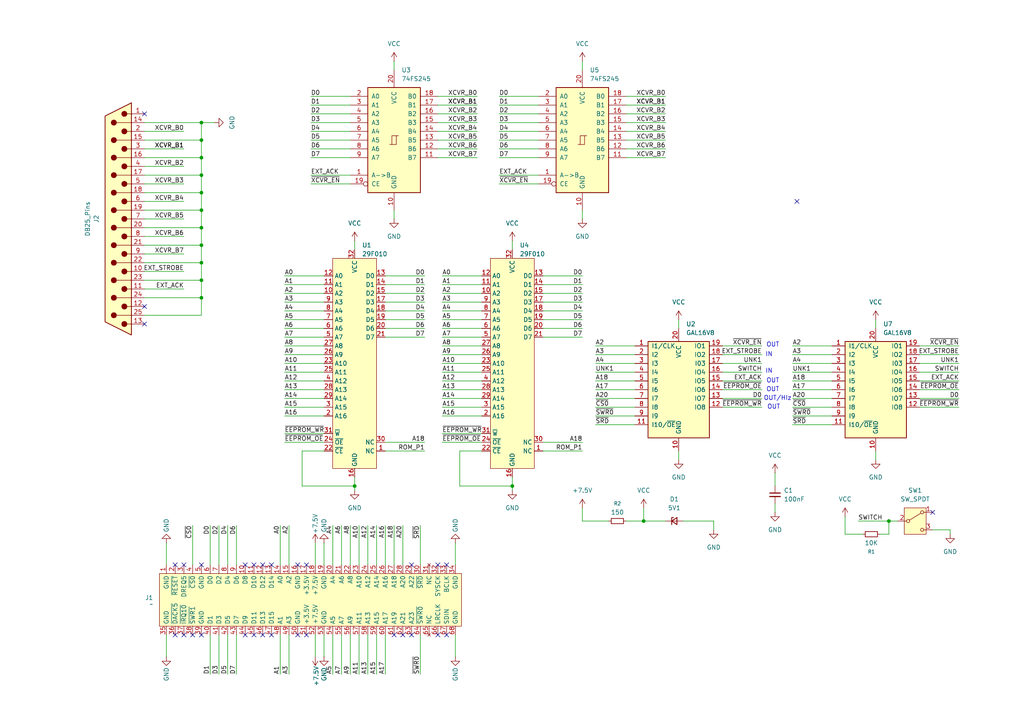
<source format=kicad_sch>
(kicad_sch
	(version 20250114)
	(generator "eeschema")
	(generator_version "9.0")
	(uuid "6a8c2265-be2b-4c23-b289-33a630e86b60")
	(paper "A4")
	
	(text "OUT"
		(exclude_from_sim no)
		(at 222.25 110.49 0)
		(effects
			(font
				(size 1.27 1.27)
			)
			(justify left)
		)
		(uuid "0d8db5fd-eb82-4d7e-b903-acab243ede32")
	)
	(text "OUT"
		(exclude_from_sim no)
		(at 222.25 100.076 0)
		(effects
			(font
				(size 1.27 1.27)
			)
			(justify left)
		)
		(uuid "179b5a48-10b6-46ec-88f8-506ce3c145a5")
	)
	(text "OUT/HIz"
		(exclude_from_sim no)
		(at 221.488 115.57 0)
		(effects
			(font
				(size 1.27 1.27)
			)
			(justify left)
		)
		(uuid "2c799d80-46bb-401e-bfe5-3cf27e691c97")
	)
	(text "OUT"
		(exclude_from_sim no)
		(at 222.25 113.03 0)
		(effects
			(font
				(size 1.27 1.27)
			)
			(justify left)
		)
		(uuid "456cfc37-18b0-426d-8b99-491012f8dd32")
	)
	(text "OUT"
		(exclude_from_sim no)
		(at 222.504 118.11 0)
		(effects
			(font
				(size 1.27 1.27)
			)
			(justify left)
		)
		(uuid "5e77d0de-d70f-4854-a0da-52fa7a9b3bdb")
	)
	(text "IN"
		(exclude_from_sim no)
		(at 221.996 107.696 0)
		(effects
			(font
				(size 1.27 1.27)
			)
			(justify left)
		)
		(uuid "91f87d35-5b94-454a-95d0-3b1958434d03")
	)
	(text "IN"
		(exclude_from_sim no)
		(at 221.996 102.87 0)
		(effects
			(font
				(size 1.27 1.27)
			)
			(justify left)
		)
		(uuid "dcb5d9a0-fe13-40b4-a5f3-4aa4c08189d1")
	)
	(junction
		(at 58.42 81.28)
		(diameter 0)
		(color 0 0 0 0)
		(uuid "0100f552-cd24-4803-b051-4335171e03e9")
	)
	(junction
		(at 257.81 151.13)
		(diameter 0)
		(color 0 0 0 0)
		(uuid "0b8bb5de-9a53-432b-a930-1c43620cc08a")
	)
	(junction
		(at 58.42 71.12)
		(diameter 0)
		(color 0 0 0 0)
		(uuid "107270c6-3961-4a28-a237-0319cbf7c3a5")
	)
	(junction
		(at 58.42 76.2)
		(diameter 0)
		(color 0 0 0 0)
		(uuid "17ba46b8-4727-4527-8ff5-0a569e703a95")
	)
	(junction
		(at 58.42 50.8)
		(diameter 0)
		(color 0 0 0 0)
		(uuid "17d6b20a-d30a-4962-a967-057936d58ca4")
	)
	(junction
		(at 102.87 140.97)
		(diameter 0)
		(color 0 0 0 0)
		(uuid "2c0d5d4d-9b10-461d-bb06-17bc3523aadb")
	)
	(junction
		(at 58.42 66.04)
		(diameter 0)
		(color 0 0 0 0)
		(uuid "318cde55-ef92-4ff6-a070-65c37c9344a3")
	)
	(junction
		(at 58.42 86.36)
		(diameter 0)
		(color 0 0 0 0)
		(uuid "3d11f4bd-58d9-4b8b-8736-205c41622bfe")
	)
	(junction
		(at 58.42 40.64)
		(diameter 0)
		(color 0 0 0 0)
		(uuid "69709096-ac25-4480-8694-401cbd20ad77")
	)
	(junction
		(at 58.42 55.88)
		(diameter 0)
		(color 0 0 0 0)
		(uuid "76ac2022-644f-4687-9fd7-9e0d7e4ab746")
	)
	(junction
		(at 186.69 151.13)
		(diameter 0)
		(color 0 0 0 0)
		(uuid "7828fda7-4f85-45d7-b348-45c4ced1521f")
	)
	(junction
		(at 58.42 35.56)
		(diameter 0)
		(color 0 0 0 0)
		(uuid "90c24cb7-4f48-4b9b-8047-bb699bceb0f6")
	)
	(junction
		(at 58.42 45.72)
		(diameter 0)
		(color 0 0 0 0)
		(uuid "e6bf6da8-e4d0-4c89-a808-e72b4eae7e77")
	)
	(junction
		(at 148.59 140.97)
		(diameter 0)
		(color 0 0 0 0)
		(uuid "f717f54f-0098-49e1-8c1e-f07cb0dbee57")
	)
	(junction
		(at 58.42 60.96)
		(diameter 0)
		(color 0 0 0 0)
		(uuid "fa359d39-3ce3-4fb2-a911-64015d05cecf")
	)
	(no_connect
		(at 88.9 163.83)
		(uuid "09ba0500-e905-4da5-a799-7608434e955d")
	)
	(no_connect
		(at 53.34 184.15)
		(uuid "1009ee27-8578-4462-b5ca-67cc1a016251")
	)
	(no_connect
		(at 78.74 184.15)
		(uuid "123fdaa0-b174-4020-b62e-4304a652a44b")
	)
	(no_connect
		(at 41.91 33.02)
		(uuid "15aac32e-666f-48ae-824f-10351e2177e0")
	)
	(no_connect
		(at 71.12 184.15)
		(uuid "20ce29bd-70ae-40d9-ad56-7896444e7690")
	)
	(no_connect
		(at 41.91 93.98)
		(uuid "248766e2-5ca8-4f96-acdd-6094d4245545")
	)
	(no_connect
		(at 50.8 163.83)
		(uuid "28671703-0bf8-4ac9-b08b-cc7f76785785")
	)
	(no_connect
		(at 86.36 184.15)
		(uuid "28f595a4-abe3-4030-8ed9-0d434d50f985")
	)
	(no_connect
		(at 119.38 184.15)
		(uuid "34cf1b19-3a25-4dcf-b08c-36dced807f92")
	)
	(no_connect
		(at 86.36 163.83)
		(uuid "3599ecef-9cd6-4d76-92b0-2be77d0a4666")
	)
	(no_connect
		(at 127 163.83)
		(uuid "4d72afb0-c04f-4a57-982c-bf8a68b2070d")
	)
	(no_connect
		(at 55.88 184.15)
		(uuid "65c2d66f-5bb3-4061-a6ed-7f67017a6880")
	)
	(no_connect
		(at 129.54 184.15)
		(uuid "66f37b2c-23db-4848-946d-239ccf071f37")
	)
	(no_connect
		(at 231.14 58.42)
		(uuid "67e4a2b7-da33-4eb0-b7e4-0986eedc90bc")
	)
	(no_connect
		(at 58.42 184.15)
		(uuid "72b4e1cc-9f71-48af-910a-17bf35216bd0")
	)
	(no_connect
		(at 58.42 163.83)
		(uuid "7bb60cad-0188-4db4-ab9c-24d53df24b05")
	)
	(no_connect
		(at 73.66 163.83)
		(uuid "8aa48de4-f06f-46d0-afb2-63ad717f560d")
	)
	(no_connect
		(at 88.9 184.15)
		(uuid "8ffda328-1b49-453c-a7f3-070aabca1a6e")
	)
	(no_connect
		(at 50.8 184.15)
		(uuid "9f873783-7492-4bfe-af40-e0ee21c84f98")
	)
	(no_connect
		(at 53.34 163.83)
		(uuid "a0156b57-7a86-48e3-9120-766c28bea593")
	)
	(no_connect
		(at 73.66 184.15)
		(uuid "a3e34f99-380d-42e8-86cd-e7e2f03d4a79")
	)
	(no_connect
		(at 129.54 163.83)
		(uuid "a65f3f21-06fb-45ae-a504-370b1ff32361")
	)
	(no_connect
		(at 71.12 163.83)
		(uuid "a8e735e3-488d-47f1-9eea-ef2058d94cab")
	)
	(no_connect
		(at 78.74 163.83)
		(uuid "b56962bd-2163-4a42-a35f-3952fc86f32f")
	)
	(no_connect
		(at 76.2 184.15)
		(uuid "bea93579-e0c3-4ca6-a10f-3dd1d0b38796")
	)
	(no_connect
		(at 127 184.15)
		(uuid "cac16cc1-eb41-4e17-9a3d-c5f2dc2103c1")
	)
	(no_connect
		(at 119.38 163.83)
		(uuid "cd52d49e-2903-478a-873d-e442da0aaf27")
	)
	(no_connect
		(at 114.3 184.15)
		(uuid "cf50a428-73f9-408b-af1e-deece823429d")
	)
	(no_connect
		(at 116.84 184.15)
		(uuid "d49d391b-bc5d-4c7a-934e-0facf4eadbe8")
	)
	(no_connect
		(at 41.91 88.9)
		(uuid "d62f80a8-788b-4e94-b8d0-3e5709e2573d")
	)
	(no_connect
		(at 270.51 148.59)
		(uuid "f1d889a8-4f50-4720-b299-516225d41119")
	)
	(no_connect
		(at 76.2 163.83)
		(uuid "f30e2551-84ac-49b8-b7ed-648dc46cabd5")
	)
	(wire
		(pts
			(xy 241.3 107.95) (xy 229.87 107.95)
		)
		(stroke
			(width 0)
			(type default)
		)
		(uuid "00cad865-7fa0-4d81-8bec-676531a41e34")
	)
	(wire
		(pts
			(xy 139.7 82.55) (xy 128.27 82.55)
		)
		(stroke
			(width 0)
			(type default)
		)
		(uuid "019447a4-df4d-454d-92e2-44b55f64d79f")
	)
	(wire
		(pts
			(xy 127 35.56) (xy 138.43 35.56)
		)
		(stroke
			(width 0)
			(type default)
		)
		(uuid "029f2ab0-49f9-42fe-94c4-134fa9fd3a4e")
	)
	(wire
		(pts
			(xy 184.15 115.57) (xy 172.72 115.57)
		)
		(stroke
			(width 0)
			(type default)
		)
		(uuid "02fe6f9e-045e-4a07-b202-370531ab3f89")
	)
	(wire
		(pts
			(xy 139.7 100.33) (xy 128.27 100.33)
		)
		(stroke
			(width 0)
			(type default)
		)
		(uuid "0361c7de-aa40-46cf-940a-a26cd7bd21ae")
	)
	(wire
		(pts
			(xy 270.51 153.67) (xy 275.59 153.67)
		)
		(stroke
			(width 0)
			(type default)
		)
		(uuid "04ff9815-76e0-4cb1-a55b-6621907cbc5d")
	)
	(wire
		(pts
			(xy 41.91 68.58) (xy 53.34 68.58)
		)
		(stroke
			(width 0)
			(type default)
		)
		(uuid "05ac23ce-3c94-41ec-b0cb-49cb883921a1")
	)
	(wire
		(pts
			(xy 93.98 95.25) (xy 82.55 95.25)
		)
		(stroke
			(width 0)
			(type default)
		)
		(uuid "05c22134-9e60-486f-b996-cbb35efeee84")
	)
	(wire
		(pts
			(xy 101.6 184.15) (xy 101.6 195.58)
		)
		(stroke
			(width 0)
			(type default)
		)
		(uuid "0760f805-6b94-4ffd-a9f2-a44bc8f91f6a")
	)
	(wire
		(pts
			(xy 93.98 90.17) (xy 82.55 90.17)
		)
		(stroke
			(width 0)
			(type default)
		)
		(uuid "0835c1ef-06da-4444-973a-0c4b10930e87")
	)
	(wire
		(pts
			(xy 91.44 190.5) (xy 91.44 184.15)
		)
		(stroke
			(width 0)
			(type default)
		)
		(uuid "08f9dbc9-0f16-4bf5-bbd3-738effa31817")
	)
	(wire
		(pts
			(xy 101.6 38.1) (xy 90.17 38.1)
		)
		(stroke
			(width 0)
			(type default)
		)
		(uuid "0a042376-b3e2-443c-a6c3-cdc88c1f6ffd")
	)
	(wire
		(pts
			(xy 111.76 95.25) (xy 123.19 95.25)
		)
		(stroke
			(width 0)
			(type default)
		)
		(uuid "1044b09e-0f28-4160-94f5-4ce834b76161")
	)
	(wire
		(pts
			(xy 91.44 157.48) (xy 91.44 163.83)
		)
		(stroke
			(width 0)
			(type default)
		)
		(uuid "11ab5957-a96f-4af1-bc94-9f5f166eb6b8")
	)
	(wire
		(pts
			(xy 63.5 184.15) (xy 63.5 195.58)
		)
		(stroke
			(width 0)
			(type default)
		)
		(uuid "11b61c8e-2756-4d5a-9d9d-5bf9f75ac403")
	)
	(wire
		(pts
			(xy 93.98 105.41) (xy 82.55 105.41)
		)
		(stroke
			(width 0)
			(type default)
		)
		(uuid "11c3fc75-223c-4e19-92c0-b5cf6bffb023")
	)
	(wire
		(pts
			(xy 63.5 163.83) (xy 63.5 152.4)
		)
		(stroke
			(width 0)
			(type default)
		)
		(uuid "11e98b60-716e-4bfc-924e-f180691251ad")
	)
	(wire
		(pts
			(xy 96.52 163.83) (xy 96.52 152.4)
		)
		(stroke
			(width 0)
			(type default)
		)
		(uuid "12625378-f8da-497b-8588-6a990a833716")
	)
	(wire
		(pts
			(xy 157.48 95.25) (xy 168.91 95.25)
		)
		(stroke
			(width 0)
			(type default)
		)
		(uuid "130e5353-1912-46f4-b347-88451ef8fe80")
	)
	(wire
		(pts
			(xy 168.91 147.32) (xy 168.91 151.13)
		)
		(stroke
			(width 0)
			(type default)
		)
		(uuid "150fc24b-97f4-496a-8ee9-d3247f7dfe39")
	)
	(wire
		(pts
			(xy 114.3 60.96) (xy 114.3 63.5)
		)
		(stroke
			(width 0)
			(type default)
		)
		(uuid "15ffaaee-d4cb-407b-a83f-52d74338c59c")
	)
	(wire
		(pts
			(xy 127 45.72) (xy 138.43 45.72)
		)
		(stroke
			(width 0)
			(type default)
		)
		(uuid "16010ff0-9c45-4e02-a3f5-65b771a71f9e")
	)
	(wire
		(pts
			(xy 266.7 110.49) (xy 278.13 110.49)
		)
		(stroke
			(width 0)
			(type default)
		)
		(uuid "163aa678-c021-4d57-95ba-5340a55f38ae")
	)
	(wire
		(pts
			(xy 241.3 115.57) (xy 229.87 115.57)
		)
		(stroke
			(width 0)
			(type default)
		)
		(uuid "1656c8a6-e976-40ee-8cee-c3d8b18fd599")
	)
	(wire
		(pts
			(xy 127 40.64) (xy 138.43 40.64)
		)
		(stroke
			(width 0)
			(type default)
		)
		(uuid "178860ac-4a77-44bb-be8d-4e660ad1a375")
	)
	(wire
		(pts
			(xy 209.55 115.57) (xy 220.98 115.57)
		)
		(stroke
			(width 0)
			(type default)
		)
		(uuid "18af8eb3-6c1c-499a-a36f-84b60c2004ed")
	)
	(wire
		(pts
			(xy 41.91 55.88) (xy 58.42 55.88)
		)
		(stroke
			(width 0)
			(type default)
		)
		(uuid "1afbaec0-5fdf-41e5-b998-5c0d1b13568f")
	)
	(wire
		(pts
			(xy 157.48 97.79) (xy 168.91 97.79)
		)
		(stroke
			(width 0)
			(type default)
		)
		(uuid "1b24eb31-b8d1-4a3f-8146-5b2dcc53ec69")
	)
	(wire
		(pts
			(xy 93.98 110.49) (xy 82.55 110.49)
		)
		(stroke
			(width 0)
			(type default)
		)
		(uuid "1b6b50b9-9123-4559-b441-927195422b80")
	)
	(wire
		(pts
			(xy 132.08 157.48) (xy 132.08 163.83)
		)
		(stroke
			(width 0)
			(type default)
		)
		(uuid "1bd96de4-659b-426c-8fae-53fd173cdf4f")
	)
	(wire
		(pts
			(xy 102.87 140.97) (xy 102.87 142.24)
		)
		(stroke
			(width 0)
			(type default)
		)
		(uuid "1e1a067b-d1f3-4330-9734-87d63ae2c150")
	)
	(wire
		(pts
			(xy 245.11 149.86) (xy 245.11 154.94)
		)
		(stroke
			(width 0)
			(type default)
		)
		(uuid "1e62fafe-80f3-4695-9f3f-29f9be0e1607")
	)
	(wire
		(pts
			(xy 41.91 50.8) (xy 58.42 50.8)
		)
		(stroke
			(width 0)
			(type default)
		)
		(uuid "1ece710d-6054-4e83-891a-c025e9a0ff42")
	)
	(wire
		(pts
			(xy 168.91 151.13) (xy 176.53 151.13)
		)
		(stroke
			(width 0)
			(type default)
		)
		(uuid "20bb3ff4-0600-482b-9ddd-2094f7407830")
	)
	(wire
		(pts
			(xy 148.59 140.97) (xy 148.59 142.24)
		)
		(stroke
			(width 0)
			(type default)
		)
		(uuid "22279a59-b09b-4ba2-8ca9-5a75fdca6599")
	)
	(wire
		(pts
			(xy 186.69 151.13) (xy 193.04 151.13)
		)
		(stroke
			(width 0)
			(type default)
		)
		(uuid "24477ffc-ffc5-4bb4-baae-a7cafea7f88d")
	)
	(wire
		(pts
			(xy 114.3 163.83) (xy 114.3 152.4)
		)
		(stroke
			(width 0)
			(type default)
		)
		(uuid "27b8aecf-8a29-4e30-b078-47df0308e6a3")
	)
	(wire
		(pts
			(xy 241.3 118.11) (xy 229.87 118.11)
		)
		(stroke
			(width 0)
			(type default)
		)
		(uuid "29aed646-ae0d-4850-93e5-ea8952d906c5")
	)
	(wire
		(pts
			(xy 156.21 33.02) (xy 144.78 33.02)
		)
		(stroke
			(width 0)
			(type default)
		)
		(uuid "2afd436a-7516-4d38-adc6-acbd9324065a")
	)
	(wire
		(pts
			(xy 101.6 50.8) (xy 90.17 50.8)
		)
		(stroke
			(width 0)
			(type default)
		)
		(uuid "2b256655-1a38-4f62-a39b-3040ffa2d266")
	)
	(wire
		(pts
			(xy 184.15 107.95) (xy 172.72 107.95)
		)
		(stroke
			(width 0)
			(type default)
		)
		(uuid "2bf28fc8-bab1-480c-818f-f0559f389ac5")
	)
	(wire
		(pts
			(xy 41.91 83.82) (xy 53.34 83.82)
		)
		(stroke
			(width 0)
			(type default)
		)
		(uuid "2d5162a7-bf3c-4dc3-b72e-ffb386807e73")
	)
	(wire
		(pts
			(xy 58.42 45.72) (xy 58.42 50.8)
		)
		(stroke
			(width 0)
			(type default)
		)
		(uuid "2d7152b2-8208-4838-808a-378af7c08b4e")
	)
	(wire
		(pts
			(xy 41.91 73.66) (xy 53.34 73.66)
		)
		(stroke
			(width 0)
			(type default)
		)
		(uuid "2de542d7-54c8-412b-9e92-0d234894a9ca")
	)
	(wire
		(pts
			(xy 255.27 154.94) (xy 257.81 154.94)
		)
		(stroke
			(width 0)
			(type default)
		)
		(uuid "2f67eb7c-a19c-4500-92a0-a732c1d5c977")
	)
	(wire
		(pts
			(xy 58.42 50.8) (xy 58.42 55.88)
		)
		(stroke
			(width 0)
			(type default)
		)
		(uuid "30f3305f-9b07-42de-9f79-ee5971a0c593")
	)
	(wire
		(pts
			(xy 181.61 151.13) (xy 186.69 151.13)
		)
		(stroke
			(width 0)
			(type default)
		)
		(uuid "31abed62-3edd-4e94-bc40-a141b48c74ce")
	)
	(wire
		(pts
			(xy 41.91 91.44) (xy 58.42 91.44)
		)
		(stroke
			(width 0)
			(type default)
		)
		(uuid "31cc26f4-62d3-4460-b264-acd24c6ad060")
	)
	(wire
		(pts
			(xy 139.7 92.71) (xy 128.27 92.71)
		)
		(stroke
			(width 0)
			(type default)
		)
		(uuid "32c1b5a4-c06b-405d-bde6-9fdf5712810c")
	)
	(wire
		(pts
			(xy 93.98 82.55) (xy 82.55 82.55)
		)
		(stroke
			(width 0)
			(type default)
		)
		(uuid "33af8bad-0ba5-44f1-bf4c-33afcd2b3916")
	)
	(wire
		(pts
			(xy 139.7 125.73) (xy 128.27 125.73)
		)
		(stroke
			(width 0)
			(type default)
		)
		(uuid "34044bcf-34de-45d2-8b8e-1ac34386b6cf")
	)
	(wire
		(pts
			(xy 139.7 128.27) (xy 128.27 128.27)
		)
		(stroke
			(width 0)
			(type default)
		)
		(uuid "3566385b-7d95-4a48-90f8-966ea136e8dd")
	)
	(wire
		(pts
			(xy 58.42 71.12) (xy 58.42 76.2)
		)
		(stroke
			(width 0)
			(type default)
		)
		(uuid "36c6f5ca-8056-4b58-ae81-ec84dbde0551")
	)
	(wire
		(pts
			(xy 93.98 80.01) (xy 82.55 80.01)
		)
		(stroke
			(width 0)
			(type default)
		)
		(uuid "36c9eade-a1c5-44a6-aebb-2f3d7222c493")
	)
	(wire
		(pts
			(xy 68.58 163.83) (xy 68.58 152.4)
		)
		(stroke
			(width 0)
			(type default)
		)
		(uuid "39527db7-0dfb-4d7b-be3c-73d780e5418d")
	)
	(wire
		(pts
			(xy 111.76 97.79) (xy 123.19 97.79)
		)
		(stroke
			(width 0)
			(type default)
		)
		(uuid "39eeeab1-99c4-442b-9067-8d614ea99f3b")
	)
	(wire
		(pts
			(xy 184.15 105.41) (xy 172.72 105.41)
		)
		(stroke
			(width 0)
			(type default)
		)
		(uuid "3a87d0f7-165a-4c92-86ff-9c4351a541b1")
	)
	(wire
		(pts
			(xy 184.15 110.49) (xy 172.72 110.49)
		)
		(stroke
			(width 0)
			(type default)
		)
		(uuid "3f38a81c-4a51-4306-a536-e16f9fefd4aa")
	)
	(wire
		(pts
			(xy 241.3 105.41) (xy 229.87 105.41)
		)
		(stroke
			(width 0)
			(type default)
		)
		(uuid "3f65cb15-e1e3-471a-b984-2e33524eb243")
	)
	(wire
		(pts
			(xy 41.91 76.2) (xy 58.42 76.2)
		)
		(stroke
			(width 0)
			(type default)
		)
		(uuid "4016876f-8e8b-41fe-b2d5-62f481ff0b8b")
	)
	(wire
		(pts
			(xy 241.3 102.87) (xy 229.87 102.87)
		)
		(stroke
			(width 0)
			(type default)
		)
		(uuid "40214446-f847-4c0b-b937-4835e79486ae")
	)
	(wire
		(pts
			(xy 139.7 110.49) (xy 128.27 110.49)
		)
		(stroke
			(width 0)
			(type default)
		)
		(uuid "40890777-8e4d-480d-b5ba-980980b18897")
	)
	(wire
		(pts
			(xy 156.21 35.56) (xy 144.78 35.56)
		)
		(stroke
			(width 0)
			(type default)
		)
		(uuid "40db5974-46c9-4b52-8a00-025726244138")
	)
	(wire
		(pts
			(xy 83.82 184.15) (xy 83.82 195.58)
		)
		(stroke
			(width 0)
			(type default)
		)
		(uuid "410f6c4a-b223-47d0-9173-992cb64c10d0")
	)
	(wire
		(pts
			(xy 157.48 82.55) (xy 168.91 82.55)
		)
		(stroke
			(width 0)
			(type default)
		)
		(uuid "41bcbe1a-a581-42e6-a66e-361c2788a11d")
	)
	(wire
		(pts
			(xy 133.35 130.81) (xy 139.7 130.81)
		)
		(stroke
			(width 0)
			(type default)
		)
		(uuid "4259bccc-2e09-4cac-abab-60b689c2722d")
	)
	(wire
		(pts
			(xy 157.48 80.01) (xy 168.91 80.01)
		)
		(stroke
			(width 0)
			(type default)
		)
		(uuid "4459f6f4-e869-48c7-9e35-4b8553ff22e2")
	)
	(wire
		(pts
			(xy 157.48 130.81) (xy 168.91 130.81)
		)
		(stroke
			(width 0)
			(type default)
		)
		(uuid "477a8d5e-f8be-4850-a02e-ac1a664606da")
	)
	(wire
		(pts
			(xy 114.3 17.78) (xy 114.3 20.32)
		)
		(stroke
			(width 0)
			(type default)
		)
		(uuid "4a075a48-8124-46a7-85a2-0e64ea28c877")
	)
	(wire
		(pts
			(xy 254 130.81) (xy 254 133.35)
		)
		(stroke
			(width 0)
			(type default)
		)
		(uuid "4a6db21a-4599-4d55-aa52-6c12f39c954c")
	)
	(wire
		(pts
			(xy 58.42 76.2) (xy 58.42 81.28)
		)
		(stroke
			(width 0)
			(type default)
		)
		(uuid "4b8e1faf-91b6-462a-9a56-4449cdccc75e")
	)
	(wire
		(pts
			(xy 58.42 35.56) (xy 62.23 35.56)
		)
		(stroke
			(width 0)
			(type default)
		)
		(uuid "4baccc12-1e07-4b4c-bb06-8a7d629281a7")
	)
	(wire
		(pts
			(xy 96.52 184.15) (xy 96.52 195.58)
		)
		(stroke
			(width 0)
			(type default)
		)
		(uuid "4bb139ca-4705-45c1-81b7-54fb1917cd41")
	)
	(wire
		(pts
			(xy 48.26 157.48) (xy 48.26 163.83)
		)
		(stroke
			(width 0)
			(type default)
		)
		(uuid "4c3732c2-211d-4196-87f5-9cd9fbb78ac6")
	)
	(wire
		(pts
			(xy 157.48 92.71) (xy 168.91 92.71)
		)
		(stroke
			(width 0)
			(type default)
		)
		(uuid "4d05cec9-d3b3-4f31-96a3-d4cd468823fd")
	)
	(wire
		(pts
			(xy 139.7 97.79) (xy 128.27 97.79)
		)
		(stroke
			(width 0)
			(type default)
		)
		(uuid "4d7e2c33-68b3-4634-a89c-760c18b0e278")
	)
	(wire
		(pts
			(xy 93.98 87.63) (xy 82.55 87.63)
		)
		(stroke
			(width 0)
			(type default)
		)
		(uuid "5269c16c-cf9f-448f-8b85-e067c53e2174")
	)
	(wire
		(pts
			(xy 156.21 38.1) (xy 144.78 38.1)
		)
		(stroke
			(width 0)
			(type default)
		)
		(uuid "530036ab-475d-430f-b4f3-430e54b91a34")
	)
	(wire
		(pts
			(xy 111.76 130.81) (xy 123.19 130.81)
		)
		(stroke
			(width 0)
			(type default)
		)
		(uuid "530cdb19-2fd4-4c81-b4d9-d845baa2d764")
	)
	(wire
		(pts
			(xy 181.61 30.48) (xy 193.04 30.48)
		)
		(stroke
			(width 0)
			(type default)
		)
		(uuid "53d9fdb3-5197-4bd4-b566-b866ecb6d73b")
	)
	(wire
		(pts
			(xy 101.6 27.94) (xy 90.17 27.94)
		)
		(stroke
			(width 0)
			(type default)
		)
		(uuid "55726537-661d-4bdc-88fa-576c6ad5c99c")
	)
	(wire
		(pts
			(xy 93.98 115.57) (xy 82.55 115.57)
		)
		(stroke
			(width 0)
			(type default)
		)
		(uuid "56c74dbf-ec77-4e59-b0f0-8fe2092fd8ba")
	)
	(wire
		(pts
			(xy 93.98 107.95) (xy 82.55 107.95)
		)
		(stroke
			(width 0)
			(type default)
		)
		(uuid "56dd1450-3307-4ea0-85e5-167db031a70c")
	)
	(wire
		(pts
			(xy 241.3 100.33) (xy 229.87 100.33)
		)
		(stroke
			(width 0)
			(type default)
		)
		(uuid "56e4fc67-2773-49bb-a14a-4a5cd421de3d")
	)
	(wire
		(pts
			(xy 186.69 147.32) (xy 186.69 151.13)
		)
		(stroke
			(width 0)
			(type default)
		)
		(uuid "57271419-6cd0-4ed4-889b-a5c8bbe56b3d")
	)
	(wire
		(pts
			(xy 209.55 107.95) (xy 220.98 107.95)
		)
		(stroke
			(width 0)
			(type default)
		)
		(uuid "573d35d0-92fe-41d4-89c8-3202ed04f517")
	)
	(wire
		(pts
			(xy 181.61 35.56) (xy 193.04 35.56)
		)
		(stroke
			(width 0)
			(type default)
		)
		(uuid "57690d25-e27d-44e0-a1dd-cc7d7e9aabf1")
	)
	(wire
		(pts
			(xy 58.42 66.04) (xy 58.42 71.12)
		)
		(stroke
			(width 0)
			(type default)
		)
		(uuid "57cd9728-2d4e-4753-a36f-4e6e512c74d5")
	)
	(wire
		(pts
			(xy 41.91 58.42) (xy 53.34 58.42)
		)
		(stroke
			(width 0)
			(type default)
		)
		(uuid "590d901b-23fa-461b-a5a7-e6f21589239c")
	)
	(wire
		(pts
			(xy 41.91 43.18) (xy 53.34 43.18)
		)
		(stroke
			(width 0)
			(type default)
		)
		(uuid "59dadf9b-ce8c-4c0b-b083-fb0a9e70b9ee")
	)
	(wire
		(pts
			(xy 148.59 140.97) (xy 133.35 140.97)
		)
		(stroke
			(width 0)
			(type default)
		)
		(uuid "5e6247c0-d491-4634-9126-8bc99cb7f538")
	)
	(wire
		(pts
			(xy 184.15 102.87) (xy 172.72 102.87)
		)
		(stroke
			(width 0)
			(type default)
		)
		(uuid "5f2c65e1-d8fb-43ef-9afa-171bb44c1d7b")
	)
	(wire
		(pts
			(xy 241.3 110.49) (xy 229.87 110.49)
		)
		(stroke
			(width 0)
			(type default)
		)
		(uuid "5f2f8930-eadd-4bb0-9617-51748eb75ece")
	)
	(wire
		(pts
			(xy 266.7 107.95) (xy 278.13 107.95)
		)
		(stroke
			(width 0)
			(type default)
		)
		(uuid "60dd7123-d96e-4a45-bcbc-2ebeccd0c0b8")
	)
	(wire
		(pts
			(xy 93.98 100.33) (xy 82.55 100.33)
		)
		(stroke
			(width 0)
			(type default)
		)
		(uuid "63d66da3-0a55-4570-bbbe-ebdbf955a7ef")
	)
	(wire
		(pts
			(xy 181.61 43.18) (xy 193.04 43.18)
		)
		(stroke
			(width 0)
			(type default)
		)
		(uuid "6494dbda-3393-4479-97b0-c9c01bead305")
	)
	(wire
		(pts
			(xy 157.48 87.63) (xy 168.91 87.63)
		)
		(stroke
			(width 0)
			(type default)
		)
		(uuid "64afd31b-f79a-4003-9bec-46f710b7fddc")
	)
	(wire
		(pts
			(xy 111.76 90.17) (xy 123.19 90.17)
		)
		(stroke
			(width 0)
			(type default)
		)
		(uuid "66904366-28b3-4c65-92f6-2923436f9bac")
	)
	(wire
		(pts
			(xy 127 38.1) (xy 138.43 38.1)
		)
		(stroke
			(width 0)
			(type default)
		)
		(uuid "691db13f-cf12-422c-a31b-e47e69765146")
	)
	(wire
		(pts
			(xy 101.6 30.48) (xy 90.17 30.48)
		)
		(stroke
			(width 0)
			(type default)
		)
		(uuid "69ba10cb-247c-4a09-9587-9d12585245c7")
	)
	(wire
		(pts
			(xy 102.87 69.85) (xy 102.87 72.39)
		)
		(stroke
			(width 0)
			(type default)
		)
		(uuid "69c49e75-64c6-46b7-8619-7d3385a4513f")
	)
	(wire
		(pts
			(xy 66.04 163.83) (xy 66.04 152.4)
		)
		(stroke
			(width 0)
			(type default)
		)
		(uuid "69fe8a8e-e508-45c7-aec7-635e8ce0e92f")
	)
	(wire
		(pts
			(xy 41.91 63.5) (xy 53.34 63.5)
		)
		(stroke
			(width 0)
			(type default)
		)
		(uuid "6a15f165-d1b8-4ff1-b877-7995361c2fa7")
	)
	(wire
		(pts
			(xy 106.68 163.83) (xy 106.68 152.4)
		)
		(stroke
			(width 0)
			(type default)
		)
		(uuid "6a173631-1ba9-4ad3-a4a8-fb2deb73495d")
	)
	(wire
		(pts
			(xy 41.91 45.72) (xy 58.42 45.72)
		)
		(stroke
			(width 0)
			(type default)
		)
		(uuid "6b7f185f-4260-489e-9d67-d807906c4cda")
	)
	(wire
		(pts
			(xy 132.08 190.5) (xy 132.08 184.15)
		)
		(stroke
			(width 0)
			(type default)
		)
		(uuid "6c5dcb00-7c60-47d3-a71f-8e0c1a8def53")
	)
	(wire
		(pts
			(xy 121.92 163.83) (xy 121.92 152.4)
		)
		(stroke
			(width 0)
			(type default)
		)
		(uuid "6cceb4dd-2a75-40f3-8b6d-c75ccae21952")
	)
	(wire
		(pts
			(xy 139.7 118.11) (xy 128.27 118.11)
		)
		(stroke
			(width 0)
			(type default)
		)
		(uuid "6d0a172f-3ade-41ec-a1d1-2ff8eae0eb1d")
	)
	(wire
		(pts
			(xy 41.91 66.04) (xy 58.42 66.04)
		)
		(stroke
			(width 0)
			(type default)
		)
		(uuid "6e6e9218-6702-4d98-954e-b4fbccb17d5f")
	)
	(wire
		(pts
			(xy 66.04 184.15) (xy 66.04 195.58)
		)
		(stroke
			(width 0)
			(type default)
		)
		(uuid "728db3ad-a87f-4648-9963-3487d6b790a8")
	)
	(wire
		(pts
			(xy 139.7 120.65) (xy 128.27 120.65)
		)
		(stroke
			(width 0)
			(type default)
		)
		(uuid "76f9b9e6-5ef7-4926-9340-359b47bc5f61")
	)
	(wire
		(pts
			(xy 121.92 184.15) (xy 121.92 195.58)
		)
		(stroke
			(width 0)
			(type default)
		)
		(uuid "771e52c5-867d-4c6d-ae9b-619d17d015f0")
	)
	(wire
		(pts
			(xy 196.85 130.81) (xy 196.85 133.35)
		)
		(stroke
			(width 0)
			(type default)
		)
		(uuid "793e8f7f-3bef-4753-940b-62884b558055")
	)
	(wire
		(pts
			(xy 102.87 138.43) (xy 102.87 140.97)
		)
		(stroke
			(width 0)
			(type default)
		)
		(uuid "7a3b0b6f-bc33-4c40-ab95-4ce76bc3e7a5")
	)
	(wire
		(pts
			(xy 111.76 128.27) (xy 123.19 128.27)
		)
		(stroke
			(width 0)
			(type default)
		)
		(uuid "7a769c12-de6f-4229-87b4-ba838bb60a3a")
	)
	(wire
		(pts
			(xy 184.15 100.33) (xy 172.72 100.33)
		)
		(stroke
			(width 0)
			(type default)
		)
		(uuid "7a99dfe1-a15a-4f92-8ca8-ed7c07343053")
	)
	(wire
		(pts
			(xy 101.6 53.34) (xy 90.17 53.34)
		)
		(stroke
			(width 0)
			(type default)
		)
		(uuid "7aad0dd7-3842-4dac-886a-e2699f945561")
	)
	(wire
		(pts
			(xy 41.91 71.12) (xy 58.42 71.12)
		)
		(stroke
			(width 0)
			(type default)
		)
		(uuid "7c1947fb-d76a-40fb-ae32-12fa18a9d0cb")
	)
	(wire
		(pts
			(xy 241.3 120.65) (xy 229.87 120.65)
		)
		(stroke
			(width 0)
			(type default)
		)
		(uuid "7cbad3bf-42ec-44d8-81a8-57738f129e3d")
	)
	(wire
		(pts
			(xy 139.7 107.95) (xy 128.27 107.95)
		)
		(stroke
			(width 0)
			(type default)
		)
		(uuid "7de01250-319d-49db-8870-df32a4456c68")
	)
	(wire
		(pts
			(xy 68.58 184.15) (xy 68.58 195.58)
		)
		(stroke
			(width 0)
			(type default)
		)
		(uuid "7ef18406-f463-475f-9e15-2155ca0e263d")
	)
	(wire
		(pts
			(xy 184.15 120.65) (xy 172.72 120.65)
		)
		(stroke
			(width 0)
			(type default)
		)
		(uuid "7f871491-d372-44ab-8d82-58a0af2286bb")
	)
	(wire
		(pts
			(xy 104.14 184.15) (xy 104.14 195.58)
		)
		(stroke
			(width 0)
			(type default)
		)
		(uuid "7fd767b5-ecc0-4611-a231-2126b3e19499")
	)
	(wire
		(pts
			(xy 209.55 102.87) (xy 220.98 102.87)
		)
		(stroke
			(width 0)
			(type default)
		)
		(uuid "802b4af6-8c58-41f6-b3c6-237ed31b4687")
	)
	(wire
		(pts
			(xy 93.98 118.11) (xy 82.55 118.11)
		)
		(stroke
			(width 0)
			(type default)
		)
		(uuid "81dcc263-f279-4e91-963b-5a70496c66e8")
	)
	(wire
		(pts
			(xy 41.91 38.1) (xy 53.34 38.1)
		)
		(stroke
			(width 0)
			(type default)
		)
		(uuid "823c26ce-d66d-4dc4-b49b-499dc5ed5e1b")
	)
	(wire
		(pts
			(xy 81.28 184.15) (xy 81.28 195.58)
		)
		(stroke
			(width 0)
			(type default)
		)
		(uuid "870d540d-8135-451d-8077-86805264b97d")
	)
	(wire
		(pts
			(xy 156.21 53.34) (xy 144.78 53.34)
		)
		(stroke
			(width 0)
			(type default)
		)
		(uuid "890df057-1b2d-4cc0-bc23-aceb5d3e3260")
	)
	(wire
		(pts
			(xy 209.55 105.41) (xy 220.98 105.41)
		)
		(stroke
			(width 0)
			(type default)
		)
		(uuid "8a2f4051-dc1c-4947-8263-1c0ea0a03283")
	)
	(wire
		(pts
			(xy 157.48 128.27) (xy 168.91 128.27)
		)
		(stroke
			(width 0)
			(type default)
		)
		(uuid "8c04e232-4f12-446e-b779-6c39cdd264a2")
	)
	(wire
		(pts
			(xy 181.61 45.72) (xy 193.04 45.72)
		)
		(stroke
			(width 0)
			(type default)
		)
		(uuid "8d04fc45-2077-49d4-94c2-dd3bc75c582e")
	)
	(wire
		(pts
			(xy 139.7 90.17) (xy 128.27 90.17)
		)
		(stroke
			(width 0)
			(type default)
		)
		(uuid "8ddc67e6-a59e-4a77-86af-08603409088d")
	)
	(wire
		(pts
			(xy 93.98 102.87) (xy 82.55 102.87)
		)
		(stroke
			(width 0)
			(type default)
		)
		(uuid "8e128c09-10f1-4299-9aa3-449497362511")
	)
	(wire
		(pts
			(xy 58.42 35.56) (xy 58.42 40.64)
		)
		(stroke
			(width 0)
			(type default)
		)
		(uuid "8f97df14-c357-4204-b9fb-aa0d9e9fa0ab")
	)
	(wire
		(pts
			(xy 101.6 43.18) (xy 90.17 43.18)
		)
		(stroke
			(width 0)
			(type default)
		)
		(uuid "8fb41392-3890-4678-b626-da269a18d7ba")
	)
	(wire
		(pts
			(xy 139.7 113.03) (xy 128.27 113.03)
		)
		(stroke
			(width 0)
			(type default)
		)
		(uuid "900dbab0-e66f-41f0-8995-ea64861d7077")
	)
	(wire
		(pts
			(xy 93.98 85.09) (xy 82.55 85.09)
		)
		(stroke
			(width 0)
			(type default)
		)
		(uuid "9028fb04-01c8-498d-8d4f-1bbc115376d3")
	)
	(wire
		(pts
			(xy 139.7 87.63) (xy 128.27 87.63)
		)
		(stroke
			(width 0)
			(type default)
		)
		(uuid "907dbae0-27f1-4bb9-b590-f736c52e55f9")
	)
	(wire
		(pts
			(xy 156.21 27.94) (xy 144.78 27.94)
		)
		(stroke
			(width 0)
			(type default)
		)
		(uuid "90ea354d-4b30-4262-8ee9-55143ee7a8f6")
	)
	(wire
		(pts
			(xy 184.15 123.19) (xy 172.72 123.19)
		)
		(stroke
			(width 0)
			(type default)
		)
		(uuid "914c4f65-94be-42b2-9932-61f1096f54a3")
	)
	(wire
		(pts
			(xy 60.96 184.15) (xy 60.96 195.58)
		)
		(stroke
			(width 0)
			(type default)
		)
		(uuid "92734589-930a-4c92-9ccc-436c297aad02")
	)
	(wire
		(pts
			(xy 184.15 113.03) (xy 172.72 113.03)
		)
		(stroke
			(width 0)
			(type default)
		)
		(uuid "92b7bb71-eacd-49b4-8843-3878786632dc")
	)
	(wire
		(pts
			(xy 41.91 86.36) (xy 58.42 86.36)
		)
		(stroke
			(width 0)
			(type default)
		)
		(uuid "9593ddac-e0d3-46d8-9190-f500ab1b6e4e")
	)
	(wire
		(pts
			(xy 241.3 113.03) (xy 229.87 113.03)
		)
		(stroke
			(width 0)
			(type default)
		)
		(uuid "96e04a7a-09d8-40ca-9f22-bb128ece30fe")
	)
	(wire
		(pts
			(xy 257.81 151.13) (xy 248.92 151.13)
		)
		(stroke
			(width 0)
			(type default)
		)
		(uuid "99947152-43da-4182-b0e9-b8fcddd5a820")
	)
	(wire
		(pts
			(xy 93.98 120.65) (xy 82.55 120.65)
		)
		(stroke
			(width 0)
			(type default)
		)
		(uuid "99ce8a05-d5fc-45b9-acc5-bd6613adbbbc")
	)
	(wire
		(pts
			(xy 168.91 60.96) (xy 168.91 63.5)
		)
		(stroke
			(width 0)
			(type default)
		)
		(uuid "9bcdf6fa-8681-4650-ba6b-24615aec6a6b")
	)
	(wire
		(pts
			(xy 241.3 123.19) (xy 229.87 123.19)
		)
		(stroke
			(width 0)
			(type default)
		)
		(uuid "9c0cf324-7427-467d-824e-e121652f0e60")
	)
	(wire
		(pts
			(xy 127 30.48) (xy 138.43 30.48)
		)
		(stroke
			(width 0)
			(type default)
		)
		(uuid "9db1889c-b052-4331-818b-e2e5c14704f1")
	)
	(wire
		(pts
			(xy 209.55 110.49) (xy 220.98 110.49)
		)
		(stroke
			(width 0)
			(type default)
		)
		(uuid "9db5cd1a-26a6-4f90-8506-278e224fea25")
	)
	(wire
		(pts
			(xy 111.76 92.71) (xy 123.19 92.71)
		)
		(stroke
			(width 0)
			(type default)
		)
		(uuid "9df70fcd-ce30-4a94-85ad-baef1edda6f0")
	)
	(wire
		(pts
			(xy 93.98 190.5) (xy 93.98 184.15)
		)
		(stroke
			(width 0)
			(type default)
		)
		(uuid "9e06e4be-8abe-443c-a4a1-50c814549d4f")
	)
	(wire
		(pts
			(xy 101.6 35.56) (xy 90.17 35.56)
		)
		(stroke
			(width 0)
			(type default)
		)
		(uuid "9f86dc8e-8c48-4dd2-9b64-3cca83da8826")
	)
	(wire
		(pts
			(xy 109.22 163.83) (xy 109.22 152.4)
		)
		(stroke
			(width 0)
			(type default)
		)
		(uuid "a0de39bd-663a-4e48-b3b9-01ff0631407f")
	)
	(wire
		(pts
			(xy 101.6 163.83) (xy 101.6 152.4)
		)
		(stroke
			(width 0)
			(type default)
		)
		(uuid "a3bba8ba-5003-4e35-ab1c-6f793dcf8320")
	)
	(wire
		(pts
			(xy 209.55 100.33) (xy 220.98 100.33)
		)
		(stroke
			(width 0)
			(type default)
		)
		(uuid "a4017447-b0bc-4850-8b39-234c1b616cac")
	)
	(wire
		(pts
			(xy 41.91 48.26) (xy 53.34 48.26)
		)
		(stroke
			(width 0)
			(type default)
		)
		(uuid "a481857d-2c8f-4a95-865d-f1bcea024d55")
	)
	(wire
		(pts
			(xy 41.91 35.56) (xy 58.42 35.56)
		)
		(stroke
			(width 0)
			(type default)
		)
		(uuid "a526dd91-ce04-4f25-9b61-a73f9b9e04d2")
	)
	(wire
		(pts
			(xy 60.96 163.83) (xy 60.96 152.4)
		)
		(stroke
			(width 0)
			(type default)
		)
		(uuid "a742e15c-1efa-4a42-9871-b996e1eaae94")
	)
	(wire
		(pts
			(xy 41.91 60.96) (xy 58.42 60.96)
		)
		(stroke
			(width 0)
			(type default)
		)
		(uuid "a816937c-786c-4b8a-b967-4642222ae0a1")
	)
	(wire
		(pts
			(xy 181.61 40.64) (xy 193.04 40.64)
		)
		(stroke
			(width 0)
			(type default)
		)
		(uuid "a8d79c6a-9ab6-4941-b364-0d38ae600024")
	)
	(wire
		(pts
			(xy 245.11 154.94) (xy 250.19 154.94)
		)
		(stroke
			(width 0)
			(type default)
		)
		(uuid "a9792138-9a6c-4928-9c17-d683292fdea0")
	)
	(wire
		(pts
			(xy 157.48 85.09) (xy 168.91 85.09)
		)
		(stroke
			(width 0)
			(type default)
		)
		(uuid "aa5eb81b-dbed-49fc-a25d-2a8b7f22d2a3")
	)
	(wire
		(pts
			(xy 148.59 69.85) (xy 148.59 72.39)
		)
		(stroke
			(width 0)
			(type default)
		)
		(uuid "abaca4a3-cfcc-43a3-b637-e7c1fef3fb06")
	)
	(wire
		(pts
			(xy 266.7 100.33) (xy 278.13 100.33)
		)
		(stroke
			(width 0)
			(type default)
		)
		(uuid "ac5b311c-fdb3-41b6-90d4-98c6ed1644d6")
	)
	(wire
		(pts
			(xy 156.21 50.8) (xy 144.78 50.8)
		)
		(stroke
			(width 0)
			(type default)
		)
		(uuid "acfd3eb2-dfdc-4946-b9cb-2574edae3b01")
	)
	(wire
		(pts
			(xy 41.91 78.74) (xy 53.34 78.74)
		)
		(stroke
			(width 0)
			(type default)
		)
		(uuid "adad3744-84c6-406b-9f17-afdd125b52b7")
	)
	(wire
		(pts
			(xy 93.98 92.71) (xy 82.55 92.71)
		)
		(stroke
			(width 0)
			(type default)
		)
		(uuid "adb98d63-5161-4bb0-aab7-12847c9572dc")
	)
	(wire
		(pts
			(xy 93.98 128.27) (xy 82.55 128.27)
		)
		(stroke
			(width 0)
			(type default)
		)
		(uuid "aea47a8a-13fd-4f8f-87fe-67d0365daf0c")
	)
	(wire
		(pts
			(xy 48.26 190.5) (xy 48.26 184.15)
		)
		(stroke
			(width 0)
			(type default)
		)
		(uuid "afdaf1f6-9902-44df-8377-dfbb27ac1850")
	)
	(wire
		(pts
			(xy 87.63 130.81) (xy 87.63 140.97)
		)
		(stroke
			(width 0)
			(type default)
		)
		(uuid "b17dbe34-8b43-43cd-a4b7-c4840208507c")
	)
	(wire
		(pts
			(xy 93.98 125.73) (xy 82.55 125.73)
		)
		(stroke
			(width 0)
			(type default)
		)
		(uuid "b18f522b-0a82-4e9c-a636-147f9284b535")
	)
	(wire
		(pts
			(xy 257.81 154.94) (xy 257.81 151.13)
		)
		(stroke
			(width 0)
			(type default)
		)
		(uuid "b466e0a8-9ec7-43e1-93d6-0eecc296dd14")
	)
	(wire
		(pts
			(xy 139.7 102.87) (xy 128.27 102.87)
		)
		(stroke
			(width 0)
			(type default)
		)
		(uuid "b48d4c22-b9ae-483d-807a-5c0b9dfb6586")
	)
	(wire
		(pts
			(xy 58.42 40.64) (xy 58.42 45.72)
		)
		(stroke
			(width 0)
			(type default)
		)
		(uuid "b598d7b3-61f7-4f75-95e4-0f72bd8fe633")
	)
	(wire
		(pts
			(xy 139.7 95.25) (xy 128.27 95.25)
		)
		(stroke
			(width 0)
			(type default)
		)
		(uuid "b84d0f80-bafa-4318-926d-0370c7bb85a3")
	)
	(wire
		(pts
			(xy 275.59 153.67) (xy 275.59 154.94)
		)
		(stroke
			(width 0)
			(type default)
		)
		(uuid "b85cb918-0d93-4538-b269-82a610bff630")
	)
	(wire
		(pts
			(xy 127 43.18) (xy 138.43 43.18)
		)
		(stroke
			(width 0)
			(type default)
		)
		(uuid "b89c31ca-c811-42f5-9b19-df7c15e0f68b")
	)
	(wire
		(pts
			(xy 139.7 80.01) (xy 128.27 80.01)
		)
		(stroke
			(width 0)
			(type default)
		)
		(uuid "ba0e06fc-7ab4-4edc-b944-969fa093b701")
	)
	(wire
		(pts
			(xy 58.42 55.88) (xy 58.42 60.96)
		)
		(stroke
			(width 0)
			(type default)
		)
		(uuid "ba4a4279-a559-4f95-a88b-a6d491799485")
	)
	(wire
		(pts
			(xy 58.42 81.28) (xy 58.42 86.36)
		)
		(stroke
			(width 0)
			(type default)
		)
		(uuid "ba60ef42-0da1-4b95-b0d0-654af7e31c3e")
	)
	(wire
		(pts
			(xy 139.7 105.41) (xy 128.27 105.41)
		)
		(stroke
			(width 0)
			(type default)
		)
		(uuid "bc3faa9e-7b5d-40b0-9278-cafdad5997a1")
	)
	(wire
		(pts
			(xy 266.7 102.87) (xy 278.13 102.87)
		)
		(stroke
			(width 0)
			(type default)
		)
		(uuid "bc80d335-207b-42c3-810d-7eac6a4a6b9d")
	)
	(wire
		(pts
			(xy 41.91 81.28) (xy 58.42 81.28)
		)
		(stroke
			(width 0)
			(type default)
		)
		(uuid "bd5a06b0-c861-4fa2-aca5-a7356d9a6a59")
	)
	(wire
		(pts
			(xy 81.28 163.83) (xy 81.28 152.4)
		)
		(stroke
			(width 0)
			(type default)
		)
		(uuid "bed3d925-7fb0-4064-9295-904d7319087a")
	)
	(wire
		(pts
			(xy 102.87 140.97) (xy 87.63 140.97)
		)
		(stroke
			(width 0)
			(type default)
		)
		(uuid "c04023f2-a4cd-43a0-b271-1d2e4e47bc4c")
	)
	(wire
		(pts
			(xy 101.6 45.72) (xy 90.17 45.72)
		)
		(stroke
			(width 0)
			(type default)
		)
		(uuid "c245e893-c2e2-421a-aa48-6e60bced4cb9")
	)
	(wire
		(pts
			(xy 111.76 184.15) (xy 111.76 195.58)
		)
		(stroke
			(width 0)
			(type default)
		)
		(uuid "c42d1e94-728a-4f4a-8e89-5274358c089e")
	)
	(wire
		(pts
			(xy 139.7 115.57) (xy 128.27 115.57)
		)
		(stroke
			(width 0)
			(type default)
		)
		(uuid "c44644e9-eda2-4426-a6f0-ac6bd5024bd2")
	)
	(wire
		(pts
			(xy 207.01 151.13) (xy 207.01 153.67)
		)
		(stroke
			(width 0)
			(type default)
		)
		(uuid "c5334d85-335b-4153-ad7f-a0d455c0c31d")
	)
	(wire
		(pts
			(xy 139.7 85.09) (xy 128.27 85.09)
		)
		(stroke
			(width 0)
			(type default)
		)
		(uuid "c614ac0a-94bb-4a0c-9b48-d5b64339d637")
	)
	(wire
		(pts
			(xy 41.91 53.34) (xy 53.34 53.34)
		)
		(stroke
			(width 0)
			(type default)
		)
		(uuid "c638f750-c1a2-4f0f-8d6b-644b1a2056e3")
	)
	(wire
		(pts
			(xy 83.82 163.83) (xy 83.82 152.4)
		)
		(stroke
			(width 0)
			(type default)
		)
		(uuid "c6f8b68d-bb2f-4e39-94e6-b1791f9410ac")
	)
	(wire
		(pts
			(xy 196.85 92.71) (xy 196.85 95.25)
		)
		(stroke
			(width 0)
			(type default)
		)
		(uuid "c7ef782e-f73a-4835-9a5d-a8bfd6c15fa6")
	)
	(wire
		(pts
			(xy 58.42 60.96) (xy 58.42 66.04)
		)
		(stroke
			(width 0)
			(type default)
		)
		(uuid "c8d31ac8-9c6d-4659-a2de-9b77cc5e7d29")
	)
	(wire
		(pts
			(xy 168.91 17.78) (xy 168.91 20.32)
		)
		(stroke
			(width 0)
			(type default)
		)
		(uuid "ca55fc95-fb82-4250-aba9-2c1d56092118")
	)
	(wire
		(pts
			(xy 157.48 90.17) (xy 168.91 90.17)
		)
		(stroke
			(width 0)
			(type default)
		)
		(uuid "cb60a0e3-f11e-4f99-81fb-ef92f962bb7b")
	)
	(wire
		(pts
			(xy 198.12 151.13) (xy 207.01 151.13)
		)
		(stroke
			(width 0)
			(type default)
		)
		(uuid "cbb17a36-137d-4116-9958-eaba110e4fe5")
	)
	(wire
		(pts
			(xy 116.84 163.83) (xy 116.84 152.4)
		)
		(stroke
			(width 0)
			(type default)
		)
		(uuid "ce83f16a-b925-474a-92f3-6ef862902f55")
	)
	(wire
		(pts
			(xy 156.21 43.18) (xy 144.78 43.18)
		)
		(stroke
			(width 0)
			(type default)
		)
		(uuid "d0f99ceb-d623-4f23-b130-d31fca651b71")
	)
	(wire
		(pts
			(xy 58.42 86.36) (xy 58.42 91.44)
		)
		(stroke
			(width 0)
			(type default)
		)
		(uuid "d156a40f-8d50-4008-a6b7-13efa2bc272d")
	)
	(wire
		(pts
			(xy 181.61 27.94) (xy 193.04 27.94)
		)
		(stroke
			(width 0)
			(type default)
		)
		(uuid "d241e894-d212-4b64-8212-a153eb3fc30a")
	)
	(wire
		(pts
			(xy 266.7 115.57) (xy 278.13 115.57)
		)
		(stroke
			(width 0)
			(type default)
		)
		(uuid "d299f858-a5b1-40f7-b077-b2e20868b61b")
	)
	(wire
		(pts
			(xy 109.22 184.15) (xy 109.22 195.58)
		)
		(stroke
			(width 0)
			(type default)
		)
		(uuid "d42d0d29-15a9-48bd-9a9b-75844a020bb5")
	)
	(wire
		(pts
			(xy 184.15 118.11) (xy 172.72 118.11)
		)
		(stroke
			(width 0)
			(type default)
		)
		(uuid "d471bacf-3f94-4c6b-a24b-4ecd3a2c28c5")
	)
	(wire
		(pts
			(xy 127 33.02) (xy 138.43 33.02)
		)
		(stroke
			(width 0)
			(type default)
		)
		(uuid "d72d055e-991a-45b9-b9ab-95d1ee80f4f0")
	)
	(wire
		(pts
			(xy 104.14 163.83) (xy 104.14 152.4)
		)
		(stroke
			(width 0)
			(type default)
		)
		(uuid "d94817b6-3d12-4f11-90a5-e853d6b84418")
	)
	(wire
		(pts
			(xy 224.79 146.05) (xy 224.79 148.59)
		)
		(stroke
			(width 0)
			(type default)
		)
		(uuid "d9939c9f-96fb-46e1-8ef3-7862faeaa4c1")
	)
	(wire
		(pts
			(xy 148.59 138.43) (xy 148.59 140.97)
		)
		(stroke
			(width 0)
			(type default)
		)
		(uuid "d9c3d222-5c9e-44b4-b986-f145a538fd8e")
	)
	(wire
		(pts
			(xy 111.76 82.55) (xy 123.19 82.55)
		)
		(stroke
			(width 0)
			(type default)
		)
		(uuid "dd4534ed-4551-4017-a392-8fdc4ab296f5")
	)
	(wire
		(pts
			(xy 99.06 163.83) (xy 99.06 152.4)
		)
		(stroke
			(width 0)
			(type default)
		)
		(uuid "de78c9f0-65a8-4613-a9ba-d1ea593dc181")
	)
	(wire
		(pts
			(xy 278.13 113.03) (xy 266.7 113.03)
		)
		(stroke
			(width 0)
			(type default)
		)
		(uuid "df723e45-c800-4f23-9506-de8c61f0ce38")
	)
	(wire
		(pts
			(xy 111.76 80.01) (xy 123.19 80.01)
		)
		(stroke
			(width 0)
			(type default)
		)
		(uuid "dfb65951-b0b5-4e36-a6ed-108af137cedc")
	)
	(wire
		(pts
			(xy 209.55 118.11) (xy 220.98 118.11)
		)
		(stroke
			(width 0)
			(type default)
		)
		(uuid "e046713b-407a-478a-8c3c-fa89aab7e200")
	)
	(wire
		(pts
			(xy 93.98 157.48) (xy 93.98 163.83)
		)
		(stroke
			(width 0)
			(type default)
		)
		(uuid "e10ed966-9d3c-4790-9cc4-87ee1754b37e")
	)
	(wire
		(pts
			(xy 101.6 33.02) (xy 90.17 33.02)
		)
		(stroke
			(width 0)
			(type default)
		)
		(uuid "e34b6933-ddf2-4326-9023-14965eca6130")
	)
	(wire
		(pts
			(xy 87.63 130.81) (xy 93.98 130.81)
		)
		(stroke
			(width 0)
			(type default)
		)
		(uuid "e351659c-a0e6-483b-ab27-9af82c02be48")
	)
	(wire
		(pts
			(xy 254 92.71) (xy 254 95.25)
		)
		(stroke
			(width 0)
			(type default)
		)
		(uuid "e38efa98-01ea-4348-90f0-9cb112380b48")
	)
	(wire
		(pts
			(xy 93.98 113.03) (xy 82.55 113.03)
		)
		(stroke
			(width 0)
			(type default)
		)
		(uuid "e3b38ae5-c1dc-4384-b653-c5053341a78a")
	)
	(wire
		(pts
			(xy 260.35 151.13) (xy 257.81 151.13)
		)
		(stroke
			(width 0)
			(type default)
		)
		(uuid "e4dc3715-d6a1-4577-81ca-860095735689")
	)
	(wire
		(pts
			(xy 278.13 118.11) (xy 266.7 118.11)
		)
		(stroke
			(width 0)
			(type default)
		)
		(uuid "e4fe3349-d21f-4092-95d0-fe3483ad3adf")
	)
	(wire
		(pts
			(xy 106.68 184.15) (xy 106.68 195.58)
		)
		(stroke
			(width 0)
			(type default)
		)
		(uuid "e97df9ab-e2ef-42d9-8f46-150ee9fe6bdb")
	)
	(wire
		(pts
			(xy 127 27.94) (xy 138.43 27.94)
		)
		(stroke
			(width 0)
			(type default)
		)
		(uuid "e9b735d6-43b9-4ee8-8671-98b428408b7e")
	)
	(wire
		(pts
			(xy 209.55 113.03) (xy 220.98 113.03)
		)
		(stroke
			(width 0)
			(type default)
		)
		(uuid "e9cbee66-31d9-47d7-9b87-27b92ab804d0")
	)
	(wire
		(pts
			(xy 156.21 40.64) (xy 144.78 40.64)
		)
		(stroke
			(width 0)
			(type default)
		)
		(uuid "ea5d3d19-7739-407b-b7cc-1d7374fdb708")
	)
	(wire
		(pts
			(xy 99.06 184.15) (xy 99.06 195.58)
		)
		(stroke
			(width 0)
			(type default)
		)
		(uuid "eabef2b0-4496-4297-acd2-54d49c8efa53")
	)
	(wire
		(pts
			(xy 111.76 163.83) (xy 111.76 152.4)
		)
		(stroke
			(width 0)
			(type default)
		)
		(uuid "ebbf38cf-2b71-41c6-a9f4-3bb5d8fcf18b")
	)
	(wire
		(pts
			(xy 111.76 85.09) (xy 123.19 85.09)
		)
		(stroke
			(width 0)
			(type default)
		)
		(uuid "ed11a0bf-9363-4836-a9df-238457166cdd")
	)
	(wire
		(pts
			(xy 181.61 33.02) (xy 193.04 33.02)
		)
		(stroke
			(width 0)
			(type default)
		)
		(uuid "eeaaffee-f269-4db3-a6b1-1a56c4772024")
	)
	(wire
		(pts
			(xy 156.21 45.72) (xy 144.78 45.72)
		)
		(stroke
			(width 0)
			(type default)
		)
		(uuid "f014e8df-c241-41bb-90b0-5b5e5356e19a")
	)
	(wire
		(pts
			(xy 111.76 87.63) (xy 123.19 87.63)
		)
		(stroke
			(width 0)
			(type default)
		)
		(uuid "f285fd77-86d3-472b-b41e-909329dbc296")
	)
	(wire
		(pts
			(xy 133.35 130.81) (xy 133.35 140.97)
		)
		(stroke
			(width 0)
			(type default)
		)
		(uuid "f3d772ce-57c8-4057-ac80-18a5b4e7398a")
	)
	(wire
		(pts
			(xy 224.79 137.16) (xy 224.79 140.97)
		)
		(stroke
			(width 0)
			(type default)
		)
		(uuid "f532a6e6-141f-4488-97bc-3218d214c472")
	)
	(wire
		(pts
			(xy 41.91 40.64) (xy 58.42 40.64)
		)
		(stroke
			(width 0)
			(type default)
		)
		(uuid "f93e8c5d-9360-4199-838d-a6b495e3327c")
	)
	(wire
		(pts
			(xy 156.21 30.48) (xy 144.78 30.48)
		)
		(stroke
			(width 0)
			(type default)
		)
		(uuid "f9672e86-814d-40b7-9e9f-ac358dc00c5e")
	)
	(wire
		(pts
			(xy 181.61 38.1) (xy 193.04 38.1)
		)
		(stroke
			(width 0)
			(type default)
		)
		(uuid "f989c088-4f2b-4aed-92b4-2637c0cad314")
	)
	(wire
		(pts
			(xy 101.6 40.64) (xy 90.17 40.64)
		)
		(stroke
			(width 0)
			(type default)
		)
		(uuid "faab4306-6c1c-4385-9564-a0afdc0ab085")
	)
	(wire
		(pts
			(xy 55.88 163.83) (xy 55.88 152.4)
		)
		(stroke
			(width 0)
			(type default)
		)
		(uuid "fba6e967-3dad-446d-941c-3940c62ad15d")
	)
	(wire
		(pts
			(xy 93.98 97.79) (xy 82.55 97.79)
		)
		(stroke
			(width 0)
			(type default)
		)
		(uuid "fbb6fc6f-6057-4606-bab3-e03e2a3a634d")
	)
	(wire
		(pts
			(xy 266.7 105.41) (xy 278.13 105.41)
		)
		(stroke
			(width 0)
			(type default)
		)
		(uuid "fdf624c6-4920-4571-aca9-2f877d8d12da")
	)
	(label "A1"
		(at 81.28 195.58 90)
		(effects
			(font
				(size 1.27 1.27)
			)
			(justify left bottom)
		)
		(uuid "001624ca-176f-41d3-b278-9905f4814bf6")
	)
	(label "A20"
		(at 229.87 115.57 0)
		(effects
			(font
				(size 1.27 1.27)
			)
			(justify left bottom)
		)
		(uuid "00cc03e9-afdf-45ab-a1cd-2d262ef1856a")
	)
	(label "A6"
		(at 82.55 95.25 0)
		(effects
			(font
				(size 1.27 1.27)
			)
			(justify left bottom)
		)
		(uuid "0133bca4-17bf-4b3a-a061-571352b94e15")
	)
	(label "A12"
		(at 82.55 110.49 0)
		(effects
			(font
				(size 1.27 1.27)
			)
			(justify left bottom)
		)
		(uuid "01a29c9c-359c-4ee1-aafc-87f5dc063b35")
	)
	(label "D1"
		(at 60.96 195.58 90)
		(effects
			(font
				(size 1.27 1.27)
			)
			(justify left bottom)
		)
		(uuid "028aa283-aeee-436e-95ac-547cbfb1fd1e")
	)
	(label "D6"
		(at 123.19 95.25 180)
		(effects
			(font
				(size 1.27 1.27)
			)
			(justify right bottom)
		)
		(uuid "0392e8ec-780e-4d65-8644-f8419066095f")
	)
	(label "D3"
		(at 144.78 35.56 0)
		(effects
			(font
				(size 1.27 1.27)
			)
			(justify left bottom)
		)
		(uuid "05102c1d-45d6-466e-afe6-0f8e75407795")
	)
	(label "A8"
		(at 101.6 152.4 270)
		(effects
			(font
				(size 1.27 1.27)
			)
			(justify right bottom)
		)
		(uuid "05d4f518-9144-4fdc-9c38-4b88043e3d1a")
	)
	(label "UNK1"
		(at 278.13 105.41 180)
		(effects
			(font
				(size 1.27 1.27)
			)
			(justify right bottom)
		)
		(uuid "06343513-16d7-4fce-ad61-ee0faffa31cb")
	)
	(label "D0"
		(at 123.19 80.01 180)
		(effects
			(font
				(size 1.27 1.27)
			)
			(justify right bottom)
		)
		(uuid "090fc567-200d-47bf-85f4-6357874e2a13")
	)
	(label "EXT_STROBE"
		(at 53.34 78.74 180)
		(effects
			(font
				(size 1.27 1.27)
			)
			(justify right bottom)
		)
		(uuid "09e7e027-98f8-4a3c-b019-b507951eca3e")
	)
	(label "D7"
		(at 123.19 97.79 180)
		(effects
			(font
				(size 1.27 1.27)
			)
			(justify right bottom)
		)
		(uuid "0a1b0808-aa15-4a42-a84a-2694a7eaa0da")
	)
	(label "A6"
		(at 99.06 152.4 270)
		(effects
			(font
				(size 1.27 1.27)
			)
			(justify right bottom)
		)
		(uuid "0fa6427a-c571-4a71-8825-dd188af17ede")
	)
	(label "A0"
		(at 128.27 80.01 0)
		(effects
			(font
				(size 1.27 1.27)
			)
			(justify left bottom)
		)
		(uuid "1060e6db-878a-4d42-956f-7acf70fab055")
	)
	(label "D6"
		(at 144.78 43.18 0)
		(effects
			(font
				(size 1.27 1.27)
			)
			(justify left bottom)
		)
		(uuid "108d6bfb-b2fe-4879-8ade-04815636ae60")
	)
	(label "A4"
		(at 128.27 90.17 0)
		(effects
			(font
				(size 1.27 1.27)
			)
			(justify left bottom)
		)
		(uuid "10f4b33a-14e0-47bf-a5d3-714d9d2cc18f")
	)
	(label "XCVR_B7"
		(at 193.04 45.72 180)
		(effects
			(font
				(size 1.27 1.27)
			)
			(justify right bottom)
		)
		(uuid "129c76b1-2cd7-4a0a-bfc1-a7d1068841ac")
	)
	(label "A0"
		(at 81.28 152.4 270)
		(effects
			(font
				(size 1.27 1.27)
			)
			(justify right bottom)
		)
		(uuid "133e51f6-0db1-49db-8ba8-c0c43c05af04")
	)
	(label "EXT_ACK"
		(at 90.17 50.8 0)
		(effects
			(font
				(size 1.27 1.27)
			)
			(justify left bottom)
		)
		(uuid "149a9d3b-24d4-4cd1-9255-0016c42c7346")
	)
	(label "D5"
		(at 144.78 40.64 0)
		(effects
			(font
				(size 1.27 1.27)
			)
			(justify left bottom)
		)
		(uuid "15479236-a266-45c3-9c89-22f26698e504")
	)
	(label "EXT_STROBE"
		(at 278.13 102.87 180)
		(effects
			(font
				(size 1.27 1.27)
			)
			(justify right bottom)
		)
		(uuid "18b4f5cc-d571-408a-8378-1f4b04b19b24")
	)
	(label "~{XCVR_EN}"
		(at 220.98 100.33 180)
		(effects
			(font
				(size 1.27 1.27)
			)
			(justify right bottom)
		)
		(uuid "190706a3-c68e-4281-b7f7-7f2e7d0d707a")
	)
	(label "A14"
		(at 82.55 115.57 0)
		(effects
			(font
				(size 1.27 1.27)
			)
			(justify left bottom)
		)
		(uuid "191e016e-9cbc-414a-8612-90b42e80634f")
	)
	(label "~{SRD}"
		(at 229.87 123.19 0)
		(effects
			(font
				(size 1.27 1.27)
			)
			(justify left bottom)
		)
		(uuid "191e614d-17b1-4966-82c4-c4659235b2a6")
	)
	(label "D3"
		(at 90.17 35.56 0)
		(effects
			(font
				(size 1.27 1.27)
			)
			(justify left bottom)
		)
		(uuid "19e8b8d7-154e-411d-a700-0f09b085eb59")
	)
	(label "A10"
		(at 82.55 105.41 0)
		(effects
			(font
				(size 1.27 1.27)
			)
			(justify left bottom)
		)
		(uuid "1cd360c2-eaf6-4825-98df-60cf2f4ab7b0")
	)
	(label "D3"
		(at 63.5 195.58 90)
		(effects
			(font
				(size 1.27 1.27)
			)
			(justify left bottom)
		)
		(uuid "1da671de-5199-40e6-9dd5-efaacb22eeb7")
	)
	(label "D0"
		(at 144.78 27.94 0)
		(effects
			(font
				(size 1.27 1.27)
			)
			(justify left bottom)
		)
		(uuid "1e2d8b47-bab7-4366-bf10-d883bb3be6ec")
	)
	(label "XCVR_B4"
		(at 53.34 58.42 180)
		(effects
			(font
				(size 1.27 1.27)
			)
			(justify right bottom)
		)
		(uuid "1ed09f60-beac-4944-a04f-0bc3460b9694")
	)
	(label "A11"
		(at 82.55 107.95 0)
		(effects
			(font
				(size 1.27 1.27)
			)
			(justify left bottom)
		)
		(uuid "1f8b8233-7e94-417e-8a90-8aa27ae56407")
	)
	(label "A14"
		(at 128.27 115.57 0)
		(effects
			(font
				(size 1.27 1.27)
			)
			(justify left bottom)
		)
		(uuid "1fb82ec5-c2da-4f66-b090-9ebe0e7d253a")
	)
	(label "D3"
		(at 123.19 87.63 180)
		(effects
			(font
				(size 1.27 1.27)
			)
			(justify right bottom)
		)
		(uuid "1fc6c2f1-f7f8-4436-819a-76cd6b07912d")
	)
	(label "A2"
		(at 83.82 152.4 270)
		(effects
			(font
				(size 1.27 1.27)
			)
			(justify right bottom)
		)
		(uuid "1fd2791f-bf83-4aaf-9b3d-f0f938a87239")
	)
	(label "A3"
		(at 82.55 87.63 0)
		(effects
			(font
				(size 1.27 1.27)
			)
			(justify left bottom)
		)
		(uuid "23ac58e6-066f-4856-b51b-fb7084765a10")
	)
	(label "~{SRD}"
		(at 172.72 123.19 0)
		(effects
			(font
				(size 1.27 1.27)
			)
			(justify left bottom)
		)
		(uuid "250629b0-2263-4824-8ae7-97dbaa6aa8f8")
	)
	(label "A20"
		(at 172.72 115.57 0)
		(effects
			(font
				(size 1.27 1.27)
			)
			(justify left bottom)
		)
		(uuid "28d15be1-514a-46d6-be0a-c5e292de2690")
	)
	(label "D7"
		(at 68.58 195.58 90)
		(effects
			(font
				(size 1.27 1.27)
			)
			(justify left bottom)
		)
		(uuid "2d9b7379-b8f8-463b-8623-84701b5d6b13")
	)
	(label "~{EEPROM_WR}"
		(at 82.55 125.73 0)
		(effects
			(font
				(size 1.27 1.27)
			)
			(justify left bottom)
		)
		(uuid "2e0f81b8-64c8-4f2d-8f8d-1f441d79ef24")
	)
	(label "A10"
		(at 128.27 105.41 0)
		(effects
			(font
				(size 1.27 1.27)
			)
			(justify left bottom)
		)
		(uuid "30e7ca9e-6cd1-43cf-a066-95a9f0c73771")
	)
	(label "D6"
		(at 90.17 43.18 0)
		(effects
			(font
				(size 1.27 1.27)
			)
			(justify left bottom)
		)
		(uuid "3100d276-7cf3-48a7-b7cf-f30eb64a4504")
	)
	(label "SWITCH"
		(at 278.13 107.95 180)
		(effects
			(font
				(size 1.27 1.27)
			)
			(justify right bottom)
		)
		(uuid "31ce1ad1-12a4-4675-a9b1-bbbe34d34294")
	)
	(label "A16"
		(at 111.76 152.4 270)
		(effects
			(font
				(size 1.27 1.27)
			)
			(justify right bottom)
		)
		(uuid "34da12ed-0504-4bc6-8bcc-6135f5533f39")
	)
	(label "A15"
		(at 82.55 118.11 0)
		(effects
			(font
				(size 1.27 1.27)
			)
			(justify left bottom)
		)
		(uuid "358108b3-de6c-47e2-81d5-880f0dc2c411")
	)
	(label "A4"
		(at 172.72 105.41 0)
		(effects
			(font
				(size 1.27 1.27)
			)
			(justify left bottom)
		)
		(uuid "3709f95f-e364-4e97-b82e-c802150c6b95")
	)
	(label "EXT_ACK"
		(at 53.34 83.82 180)
		(effects
			(font
				(size 1.27 1.27)
			)
			(justify right bottom)
		)
		(uuid "39294361-eada-46ce-81f1-6f31c46d53e7")
	)
	(label "A7"
		(at 99.06 195.58 90)
		(effects
			(font
				(size 1.27 1.27)
			)
			(justify left bottom)
		)
		(uuid "3bd0a8de-52e5-43e3-b78d-7eb1e4e1355d")
	)
	(label "D2"
		(at 123.19 85.09 180)
		(effects
			(font
				(size 1.27 1.27)
			)
			(justify right bottom)
		)
		(uuid "3bd36650-b95b-430f-abdb-8f1325b3713b")
	)
	(label "A5"
		(at 82.55 92.71 0)
		(effects
			(font
				(size 1.27 1.27)
			)
			(justify left bottom)
		)
		(uuid "3e6cf836-b1fa-492b-a87e-9f5b413f1287")
	)
	(label "A3"
		(at 83.82 195.58 90)
		(effects
			(font
				(size 1.27 1.27)
			)
			(justify left bottom)
		)
		(uuid "414d1cf8-162b-461a-b1c6-5044df1d19e6")
	)
	(label "A3"
		(at 229.87 102.87 0)
		(effects
			(font
				(size 1.27 1.27)
			)
			(justify left bottom)
		)
		(uuid "42a842d7-6654-4c54-bfd1-a5659742926a")
	)
	(label "A18"
		(at 229.87 110.49 0)
		(effects
			(font
				(size 1.27 1.27)
			)
			(justify left bottom)
		)
		(uuid "4341d25a-4bfd-41b5-b861-e5a13b6822af")
	)
	(label "A7"
		(at 128.27 97.79 0)
		(effects
			(font
				(size 1.27 1.27)
			)
			(justify left bottom)
		)
		(uuid "46b6a073-8a58-407c-b322-4475dfdf4b6e")
	)
	(label "D4"
		(at 144.78 38.1 0)
		(effects
			(font
				(size 1.27 1.27)
			)
			(justify left bottom)
		)
		(uuid "47824692-714d-4d81-992d-511876218954")
	)
	(label "A11"
		(at 104.14 195.58 90)
		(effects
			(font
				(size 1.27 1.27)
			)
			(justify left bottom)
		)
		(uuid "496caf4e-212b-40e8-981a-5f42f0ded9ee")
	)
	(label "XCVR_B0"
		(at 193.04 27.94 180)
		(effects
			(font
				(size 1.27 1.27)
			)
			(justify right bottom)
		)
		(uuid "4a17388b-b389-40aa-8797-df56cf9c6c0e")
	)
	(label "~{EEPROM_OE}"
		(at 82.55 128.27 0)
		(effects
			(font
				(size 1.27 1.27)
			)
			(justify left bottom)
		)
		(uuid "4d6b76f2-361b-4dfd-9b24-5e081c2047e7")
	)
	(label "EXT_ACK"
		(at 220.98 110.49 180)
		(effects
			(font
				(size 1.27 1.27)
			)
			(justify right bottom)
		)
		(uuid "520785ff-066b-4f15-b015-e90eaf17c4d5")
	)
	(label "EXT_STROBE"
		(at 220.98 102.87 180)
		(effects
			(font
				(size 1.27 1.27)
			)
			(justify right bottom)
		)
		(uuid "54c1ceb4-8638-48b1-a4d7-72dc65250013")
	)
	(label "D2"
		(at 144.78 33.02 0)
		(effects
			(font
				(size 1.27 1.27)
			)
			(justify left bottom)
		)
		(uuid "56925106-22bc-46f2-90bd-c2f55f486bf1")
	)
	(label "A9"
		(at 128.27 102.87 0)
		(effects
			(font
				(size 1.27 1.27)
			)
			(justify left bottom)
		)
		(uuid "5700415e-f03c-4347-8675-6f5ef4c711ec")
	)
	(label "~{EEPROM_WR}"
		(at 128.27 125.73 0)
		(effects
			(font
				(size 1.27 1.27)
			)
			(justify left bottom)
		)
		(uuid "580020d3-80cf-4ea4-9e35-55be749f95de")
	)
	(label "~{SRD}"
		(at 121.92 152.4 270)
		(effects
			(font
				(size 1.27 1.27)
			)
			(justify right bottom)
		)
		(uuid "5a926335-3460-42d0-b46d-bccf4e4556e9")
	)
	(label "D1"
		(at 168.91 82.55 180)
		(effects
			(font
				(size 1.27 1.27)
			)
			(justify right bottom)
		)
		(uuid "5aced8a7-928d-405e-be11-b250ed1824f9")
	)
	(label "D0"
		(at 220.98 115.57 180)
		(effects
			(font
				(size 1.27 1.27)
			)
			(justify right bottom)
		)
		(uuid "5d3109a1-7bed-4956-8d28-47a3c02be240")
	)
	(label "~{SWR0}"
		(at 121.92 195.58 90)
		(effects
			(font
				(size 1.27 1.27)
			)
			(justify left bottom)
		)
		(uuid "5db3f5a3-8b4b-45c0-981b-02c4c88e8181")
	)
	(label "UNK1"
		(at 220.98 105.41 180)
		(effects
			(font
				(size 1.27 1.27)
			)
			(justify right bottom)
		)
		(uuid "5ff8f791-7718-4094-a81e-8c05c84dd333")
	)
	(label "ROM_P1"
		(at 168.91 130.81 180)
		(effects
			(font
				(size 1.27 1.27)
			)
			(justify right bottom)
		)
		(uuid "604c1b91-f103-4ba9-abd0-0f4c70ad8f65")
	)
	(label "~{CS0}"
		(at 55.88 152.4 270)
		(effects
			(font
				(size 1.27 1.27)
			)
			(justify right bottom)
		)
		(uuid "60f0317b-4d92-4f40-a5fd-65e79ab553c8")
	)
	(label "XCVR_B3"
		(at 53.34 53.34 180)
		(effects
			(font
				(size 1.27 1.27)
			)
			(justify right bottom)
		)
		(uuid "61fbe229-07c5-42d4-8696-1c6089ad9699")
	)
	(label "SWITCH"
		(at 220.98 107.95 180)
		(effects
			(font
				(size 1.27 1.27)
			)
			(justify right bottom)
		)
		(uuid "642803e7-d1aa-4b0f-a935-3b09c5e6bae3")
	)
	(label "D0"
		(at 90.17 27.94 0)
		(effects
			(font
				(size 1.27 1.27)
			)
			(justify left bottom)
		)
		(uuid "6449ab04-6067-4b12-a72b-57b3859c0d6e")
	)
	(label "XCVR_B0"
		(at 138.43 27.94 180)
		(effects
			(font
				(size 1.27 1.27)
			)
			(justify right bottom)
		)
		(uuid "6624fac5-9b3c-40ab-86ea-15cfba77d91a")
	)
	(label "A17"
		(at 172.72 113.03 0)
		(effects
			(font
				(size 1.27 1.27)
			)
			(justify left bottom)
		)
		(uuid "6cd41371-9bd6-4904-b283-481bfd90c5e0")
	)
	(label "A17"
		(at 229.87 113.03 0)
		(effects
			(font
				(size 1.27 1.27)
			)
			(justify left bottom)
		)
		(uuid "6e0e77b9-343e-423f-8a68-4a6157c9b07f")
	)
	(label "D0"
		(at 278.13 115.57 180)
		(effects
			(font
				(size 1.27 1.27)
			)
			(justify right bottom)
		)
		(uuid "706e5958-4e27-4a0a-b82f-e5bb41aa72e1")
	)
	(label "A1"
		(at 82.55 82.55 0)
		(effects
			(font
				(size 1.27 1.27)
			)
			(justify left bottom)
		)
		(uuid "714c086f-0feb-4861-a4ae-9d7d7a03e216")
	)
	(label "~{EEPROM_OE}"
		(at 220.98 113.03 180)
		(effects
			(font
				(size 1.27 1.27)
			)
			(justify right bottom)
		)
		(uuid "724557e3-e656-484d-b445-b415cbb6e8a4")
	)
	(label "D4"
		(at 168.91 90.17 180)
		(effects
			(font
				(size 1.27 1.27)
			)
			(justify right bottom)
		)
		(uuid "72b3c022-ece8-4242-9532-11ce59d17bb7")
	)
	(label "~{XCVR_EN}"
		(at 90.17 53.34 0)
		(effects
			(font
				(size 1.27 1.27)
			)
			(justify left bottom)
		)
		(uuid "74b68f05-fef0-485f-a016-eca7e7fb99a8")
	)
	(label "UNK1"
		(at 229.87 107.95 0)
		(effects
			(font
				(size 1.27 1.27)
			)
			(justify left bottom)
		)
		(uuid "75277008-8dfa-457a-afce-cba4e95c23ef")
	)
	(label "XCVR_B3"
		(at 138.43 35.56 180)
		(effects
			(font
				(size 1.27 1.27)
			)
			(justify right bottom)
		)
		(uuid "7ade3474-9a34-428b-ac79-2d74b00da857")
	)
	(label "XCVR_B6"
		(at 193.04 43.18 180)
		(effects
			(font
				(size 1.27 1.27)
			)
			(justify right bottom)
		)
		(uuid "82d7ff19-7183-49a3-ada4-c5dee524456e")
	)
	(label "XCVR_B7"
		(at 138.43 45.72 180)
		(effects
			(font
				(size 1.27 1.27)
			)
			(justify right bottom)
		)
		(uuid "836b38c6-2486-46a0-8566-249d6b55551d")
	)
	(label "~{EEPROM_OE}"
		(at 278.13 113.03 180)
		(effects
			(font
				(size 1.27 1.27)
			)
			(justify right bottom)
		)
		(uuid "8395ab7a-0e09-4d38-84fb-578c0b6d7825")
	)
	(label "D1"
		(at 144.78 30.48 0)
		(effects
			(font
				(size 1.27 1.27)
			)
			(justify left bottom)
		)
		(uuid "8421b695-559a-4203-8e82-8663cca9e1d5")
	)
	(label "A16"
		(at 82.55 120.65 0)
		(effects
			(font
				(size 1.27 1.27)
			)
			(justify left bottom)
		)
		(uuid "8433ed4e-c0de-4b11-b9cc-cb0ddf93446d")
	)
	(label "A0"
		(at 82.55 80.01 0)
		(effects
			(font
				(size 1.27 1.27)
			)
			(justify left bottom)
		)
		(uuid "8473edf4-5763-494a-8bda-640fadafb59f")
	)
	(label "A4"
		(at 229.87 105.41 0)
		(effects
			(font
				(size 1.27 1.27)
			)
			(justify left bottom)
		)
		(uuid "855409d5-f5b3-4038-b9da-52e8aef534cb")
	)
	(label "SWITCH"
		(at 248.92 151.13 0)
		(effects
			(font
				(size 1.27 1.27)
			)
			(justify left bottom)
		)
		(uuid "89098402-f8f4-4cbe-8db9-6d66722cdfa7")
	)
	(label "A10"
		(at 104.14 152.4 270)
		(effects
			(font
				(size 1.27 1.27)
			)
			(justify right bottom)
		)
		(uuid "8948ce27-9704-4e5c-9771-1911a6ad850d")
	)
	(label "D1"
		(at 90.17 30.48 0)
		(effects
			(font
				(size 1.27 1.27)
			)
			(justify left bottom)
		)
		(uuid "89509d1f-95c0-4621-93c8-905651321356")
	)
	(label "A1"
		(at 128.27 82.55 0)
		(effects
			(font
				(size 1.27 1.27)
			)
			(justify left bottom)
		)
		(uuid "89d609c1-d949-4c40-9077-ebcb8b6946e4")
	)
	(label "A9"
		(at 82.55 102.87 0)
		(effects
			(font
				(size 1.27 1.27)
			)
			(justify left bottom)
		)
		(uuid "8aeadc4e-7c3e-4c83-ad19-677f6c1ad7dd")
	)
	(label "~{SWR0}"
		(at 172.72 120.65 0)
		(effects
			(font
				(size 1.27 1.27)
			)
			(justify left bottom)
		)
		(uuid "8bf0bfa1-78d9-472d-ba5a-fa39320d4cb4")
	)
	(label "~{EEPROM_WR}"
		(at 278.13 118.11 180)
		(effects
			(font
				(size 1.27 1.27)
			)
			(justify right bottom)
		)
		(uuid "92274c62-344e-4032-a2f0-10b272521d9d")
	)
	(label "XCVR_B5"
		(at 53.34 63.5 180)
		(effects
			(font
				(size 1.27 1.27)
			)
			(justify right bottom)
		)
		(uuid "92a5a5c3-dbaf-417c-8ac0-7a1d237a6d3d")
	)
	(label "D7"
		(at 168.91 97.79 180)
		(effects
			(font
				(size 1.27 1.27)
			)
			(justify right bottom)
		)
		(uuid "945d2d8d-3aae-4b6a-ab72-352fd4e5d449")
	)
	(label "ROM_P1"
		(at 123.19 130.81 180)
		(effects
			(font
				(size 1.27 1.27)
			)
			(justify right bottom)
		)
		(uuid "9573523f-a698-4077-a93c-b500fbef952d")
	)
	(label "D5"
		(at 123.19 92.71 180)
		(effects
			(font
				(size 1.27 1.27)
			)
			(justify right bottom)
		)
		(uuid "99892a13-783d-436a-bd10-5ef0a2279b13")
	)
	(label "A8"
		(at 128.27 100.33 0)
		(effects
			(font
				(size 1.27 1.27)
			)
			(justify left bottom)
		)
		(uuid "9c01d290-cb29-4ac4-849a-e805fdf81c30")
	)
	(label "XCVR_B2"
		(at 193.04 33.02 180)
		(effects
			(font
				(size 1.27 1.27)
			)
			(justify right bottom)
		)
		(uuid "9fa4e2cd-1fba-485b-8855-b9897a61aa93")
	)
	(label "XCVR_B0"
		(at 53.34 38.1 180)
		(effects
			(font
				(size 1.27 1.27)
			)
			(justify right bottom)
		)
		(uuid "9fd82193-4ce4-4d7c-b99d-145d53bdd2b2")
	)
	(label "D2"
		(at 90.17 33.02 0)
		(effects
			(font
				(size 1.27 1.27)
			)
			(justify left bottom)
		)
		(uuid "a1c69872-044d-4c3a-b8ca-264a26858112")
	)
	(label "XCVR_B2"
		(at 138.43 33.02 180)
		(effects
			(font
				(size 1.27 1.27)
			)
			(justify right bottom)
		)
		(uuid "a32e218b-83b5-4074-be34-5c8367a3861d")
	)
	(label "~{SWR0}"
		(at 229.87 120.65 0)
		(effects
			(font
				(size 1.27 1.27)
			)
			(justify left bottom)
		)
		(uuid "a43a0cbf-fea2-4152-a6ad-2697c851b615")
	)
	(label "A13"
		(at 106.68 195.58 90)
		(effects
			(font
				(size 1.27 1.27)
			)
			(justify left bottom)
		)
		(uuid "a6e0ed63-a78b-4cbe-9126-535b7198e53f")
	)
	(label "D5"
		(at 66.04 195.58 90)
		(effects
			(font
				(size 1.27 1.27)
			)
			(justify left bottom)
		)
		(uuid "a75da0e8-cf24-44fc-92dc-8cb934b5be46")
	)
	(label "A5"
		(at 96.52 195.58 90)
		(effects
			(font
				(size 1.27 1.27)
			)
			(justify left bottom)
		)
		(uuid "a92fd50e-bb3d-47c4-b0ca-fb9006f5bb2c")
	)
	(label "A4"
		(at 82.55 90.17 0)
		(effects
			(font
				(size 1.27 1.27)
			)
			(justify left bottom)
		)
		(uuid "abcf8b71-4cf6-404f-8010-85ee2405d1aa")
	)
	(label "D6"
		(at 68.58 152.4 270)
		(effects
			(font
				(size 1.27 1.27)
			)
			(justify right bottom)
		)
		(uuid "abe97074-e9c9-4fe2-a761-0700e7231ae7")
	)
	(label "A17"
		(at 111.76 195.58 90)
		(effects
			(font
				(size 1.27 1.27)
			)
			(justify left bottom)
		)
		(uuid "ac9e8082-596c-4536-aeda-cf1d94bd765d")
	)
	(label "A13"
		(at 82.55 113.03 0)
		(effects
			(font
				(size 1.27 1.27)
			)
			(justify left bottom)
		)
		(uuid "b2d72f6b-aba0-406c-a6b5-2461f3234eb7")
	)
	(label "XCVR_B5"
		(at 138.43 40.64 180)
		(effects
			(font
				(size 1.27 1.27)
			)
			(justify right bottom)
		)
		(uuid "b3292269-0a0f-4a19-8c66-452df6c8ca68")
	)
	(label "D0"
		(at 168.91 80.01 180)
		(effects
			(font
				(size 1.27 1.27)
			)
			(justify right bottom)
		)
		(uuid "b34f8668-222e-47b4-a84d-34a68016e6f8")
	)
	(label "XCVR_B6"
		(at 138.43 43.18 180)
		(effects
			(font
				(size 1.27 1.27)
			)
			(justify right bottom)
		)
		(uuid "b40d2e30-24a8-4459-b6e6-83c3a289b205")
	)
	(label "XCVR_B1"
		(at 193.04 30.48 180)
		(effects
			(font
				(size 1.27 1.27)
			)
			(justify right bottom)
		)
		(uuid "b4d59455-e23e-411d-8875-c4bfb95bc3b1")
	)
	(label "XCVR_B1"
		(at 193.04 30.48 180)
		(effects
			(font
				(size 1.27 1.27)
			)
			(justify right bottom)
		)
		(uuid "b570d36c-242a-4c46-8207-3e27be3b13bc")
	)
	(label "A5"
		(at 128.27 92.71 0)
		(effects
			(font
				(size 1.27 1.27)
			)
			(justify left bottom)
		)
		(uuid "b9a1e95c-192a-4364-b44a-5cc2b7dc3471")
	)
	(label "A12"
		(at 106.68 152.4 270)
		(effects
			(font
				(size 1.27 1.27)
			)
			(justify right bottom)
		)
		(uuid "b9e1f28e-872d-47e7-b37f-ecb1cb402f49")
	)
	(label "~{EEPROM_OE}"
		(at 128.27 128.27 0)
		(effects
			(font
				(size 1.27 1.27)
			)
			(justify left bottom)
		)
		(uuid "bb5a52bd-1bb3-4797-a983-c60aeb1c3bd3")
	)
	(label "A4"
		(at 96.52 152.4 270)
		(effects
			(font
				(size 1.27 1.27)
			)
			(justify right bottom)
		)
		(uuid "bea8d2b2-c653-4e62-93cc-a46408f56e52")
	)
	(label "A2"
		(at 172.72 100.33 0)
		(effects
			(font
				(size 1.27 1.27)
			)
			(justify left bottom)
		)
		(uuid "bf02450c-5ece-4575-9a29-0d72b4cd3306")
	)
	(label "EXT_ACK"
		(at 144.78 50.8 0)
		(effects
			(font
				(size 1.27 1.27)
			)
			(justify left bottom)
		)
		(uuid "c0486919-769b-43ec-af35-91b51bc4d3c8")
	)
	(label "XCVR_B1"
		(at 138.43 30.48 180)
		(effects
			(font
				(size 1.27 1.27)
			)
			(justify right bottom)
		)
		(uuid "c102067a-37b5-4d8c-a311-cdc5a340566a")
	)
	(label "D6"
		(at 168.91 95.25 180)
		(effects
			(font
				(size 1.27 1.27)
			)
			(justify right bottom)
		)
		(uuid "c234632b-4b24-4be6-acb9-4f81c8aa2f3e")
	)
	(label "A2"
		(at 82.55 85.09 0)
		(effects
			(font
				(size 1.27 1.27)
			)
			(justify left bottom)
		)
		(uuid "c2dc9b8e-c836-4a55-b53e-b7af92cae496")
	)
	(label "A14"
		(at 109.22 152.4 270)
		(effects
			(font
				(size 1.27 1.27)
			)
			(justify right bottom)
		)
		(uuid "c324e8ae-bf41-43f8-a75d-7f4c25298b8c")
	)
	(label "A20"
		(at 116.84 152.4 270)
		(effects
			(font
				(size 1.27 1.27)
			)
			(justify right bottom)
		)
		(uuid "c69e7ba9-306d-4f13-ab43-ab24bcce40df")
	)
	(label "~{EEPROM_WR}"
		(at 220.98 118.11 180)
		(effects
			(font
				(size 1.27 1.27)
			)
			(justify right bottom)
		)
		(uuid "c6d9821f-d2f9-4a53-ae57-b7e47656b0ac")
	)
	(label "~{CS0}"
		(at 229.87 118.11 0)
		(effects
			(font
				(size 1.27 1.27)
			)
			(justify left bottom)
		)
		(uuid "c7a8f732-3c79-4472-bc7b-8f0e8e6530c9")
	)
	(label "D4"
		(at 123.19 90.17 180)
		(effects
			(font
				(size 1.27 1.27)
			)
			(justify right bottom)
		)
		(uuid "c8b0cbdd-aeb6-4a29-8f2e-7c361ed34bda")
	)
	(label "D3"
		(at 168.91 87.63 180)
		(effects
			(font
				(size 1.27 1.27)
			)
			(justify right bottom)
		)
		(uuid "c8c40c63-593d-40c8-a980-517b8a75e233")
	)
	(label "A15"
		(at 128.27 118.11 0)
		(effects
			(font
				(size 1.27 1.27)
			)
			(justify left bottom)
		)
		(uuid "ca367b92-42e0-43dd-bdbd-a0a5099e6406")
	)
	(label "A16"
		(at 128.27 120.65 0)
		(effects
			(font
				(size 1.27 1.27)
			)
			(justify left bottom)
		)
		(uuid "ca7d3c91-faf1-4200-a1ee-631479d00042")
	)
	(label "A18"
		(at 114.3 152.4 270)
		(effects
			(font
				(size 1.27 1.27)
			)
			(justify right bottom)
		)
		(uuid "cb028810-7224-4c80-a1e0-b299034eca42")
	)
	(label "D5"
		(at 90.17 40.64 0)
		(effects
			(font
				(size 1.27 1.27)
			)
			(justify left bottom)
		)
		(uuid "cb1f4a4b-9a00-4606-9e8f-4385f81d65ce")
	)
	(label "D0"
		(at 60.96 152.4 270)
		(effects
			(font
				(size 1.27 1.27)
			)
			(justify right bottom)
		)
		(uuid "cc10897f-48b1-472a-8afd-0f5db5dad7fd")
	)
	(label "XCVR_B3"
		(at 193.04 35.56 180)
		(effects
			(font
				(size 1.27 1.27)
			)
			(justify right bottom)
		)
		(uuid "ccaa4b4e-bf9c-447b-a68e-94b72cecd1e0")
	)
	(label "D4"
		(at 66.04 152.4 270)
		(effects
			(font
				(size 1.27 1.27)
			)
			(justify right bottom)
		)
		(uuid "ce73c17a-b0b4-4ac9-8106-28537dd647f2")
	)
	(label "~{XCVR_EN}"
		(at 278.13 100.33 180)
		(effects
			(font
				(size 1.27 1.27)
			)
			(justify right bottom)
		)
		(uuid "cee8d779-d836-4b47-8d03-ccadf545c167")
	)
	(label "D4"
		(at 90.17 38.1 0)
		(effects
			(font
				(size 1.27 1.27)
			)
			(justify left bottom)
		)
		(uuid "cfde6fca-531b-4e99-8735-7a7357c35c4d")
	)
	(label "XCVR_B1"
		(at 53.34 43.18 180)
		(effects
			(font
				(size 1.27 1.27)
			)
			(justify right bottom)
		)
		(uuid "d0888223-0780-4915-b852-44863200c3fc")
	)
	(label "XCVR_B6"
		(at 53.34 68.58 180)
		(effects
			(font
				(size 1.27 1.27)
			)
			(justify right bottom)
		)
		(uuid "d4e0f61f-5a4f-41a5-8eff-03baf154b8c7")
	)
	(label "D2"
		(at 63.5 152.4 270)
		(effects
			(font
				(size 1.27 1.27)
			)
			(justify right bottom)
		)
		(uuid "d51de769-83bd-4b82-be33-1cc5b1363dd5")
	)
	(label "A2"
		(at 229.87 100.33 0)
		(effects
			(font
				(size 1.27 1.27)
			)
			(justify left bottom)
		)
		(uuid "d573d3cb-3afd-4144-a1e1-292b46e924cd")
	)
	(label "~{XCVR_EN}"
		(at 144.78 53.34 0)
		(effects
			(font
				(size 1.27 1.27)
			)
			(justify left bottom)
		)
		(uuid "d842754a-c60f-4a3c-aeb7-aecd3b986925")
	)
	(label "XCVR_B4"
		(at 138.43 38.1 180)
		(effects
			(font
				(size 1.27 1.27)
			)
			(justify right bottom)
		)
		(uuid "d9c237b8-c710-4b78-9992-64d895b309db")
	)
	(label "XCVR_B7"
		(at 53.34 73.66 180)
		(effects
			(font
				(size 1.27 1.27)
			)
			(justify right bottom)
		)
		(uuid "da8a5f16-e48b-428e-9518-0b286802bbb9")
	)
	(label "A6"
		(at 128.27 95.25 0)
		(effects
			(font
				(size 1.27 1.27)
			)
			(justify left bottom)
		)
		(uuid "db2661f0-6307-45b8-a47c-d0dd808823df")
	)
	(label "D7"
		(at 144.78 45.72 0)
		(effects
			(font
				(size 1.27 1.27)
			)
			(justify left bottom)
		)
		(uuid "dbf34956-0896-49eb-9012-1b6ecfcc5178")
	)
	(label "UNK1"
		(at 172.72 107.95 0)
		(effects
			(font
				(size 1.27 1.27)
			)
			(justify left bottom)
		)
		(uuid "dca3dc13-b603-4550-ad72-8b0d6cd73de2")
	)
	(label "A9"
		(at 101.6 195.58 90)
		(effects
			(font
				(size 1.27 1.27)
			)
			(justify left bottom)
		)
		(uuid "dd4236ea-00ef-4add-bbd6-85e7749c10cf")
	)
	(label "A7"
		(at 82.55 97.79 0)
		(effects
			(font
				(size 1.27 1.27)
			)
			(justify left bottom)
		)
		(uuid "ddbde9b1-b221-49db-874c-512931f56ffc")
	)
	(label "A18"
		(at 123.19 128.27 180)
		(effects
			(font
				(size 1.27 1.27)
			)
			(justify right bottom)
		)
		(uuid "de114b96-18f9-4ccb-b539-004b642a1237")
	)
	(label "A11"
		(at 128.27 107.95 0)
		(effects
			(font
				(size 1.27 1.27)
			)
			(justify left bottom)
		)
		(uuid "e0af8f9a-2bbd-4488-b758-4870ac99f171")
	)
	(label "XCVR_B1"
		(at 53.34 43.18 180)
		(effects
			(font
				(size 1.27 1.27)
			)
			(justify right bottom)
		)
		(uuid "e14d31bc-0ac7-40cb-aef9-5f55b7c690e4")
	)
	(label "A3"
		(at 172.72 102.87 0)
		(effects
			(font
				(size 1.27 1.27)
			)
			(justify left bottom)
		)
		(uuid "e3628ba8-3158-4fd2-93f6-6e2d19f27235")
	)
	(label "A18"
		(at 172.72 110.49 0)
		(effects
			(font
				(size 1.27 1.27)
			)
			(justify left bottom)
		)
		(uuid "e3fb100c-f80b-4341-a475-775204970dcf")
	)
	(label "D2"
		(at 168.91 85.09 180)
		(effects
			(font
				(size 1.27 1.27)
			)
			(justify right bottom)
		)
		(uuid "e6fa769b-f87f-4057-968c-75e3bca14444")
	)
	(label "D1"
		(at 123.19 82.55 180)
		(effects
			(font
				(size 1.27 1.27)
			)
			(justify right bottom)
		)
		(uuid "e78aed22-ef16-4214-8406-720f4f749201")
	)
	(label "A8"
		(at 82.55 100.33 0)
		(effects
			(font
				(size 1.27 1.27)
			)
			(justify left bottom)
		)
		(uuid "e83c4559-d626-4e88-af57-5eac9fcd8219")
	)
	(label "A12"
		(at 128.27 110.49 0)
		(effects
			(font
				(size 1.27 1.27)
			)
			(justify left bottom)
		)
		(uuid "e930b905-e553-4e36-94ea-5e012a3ac1ed")
	)
	(label "A13"
		(at 128.27 113.03 0)
		(effects
			(font
				(size 1.27 1.27)
			)
			(justify left bottom)
		)
		(uuid "e954ef3b-4ee7-437a-94c0-200305a49d7e")
	)
	(label "A3"
		(at 128.27 87.63 0)
		(effects
			(font
				(size 1.27 1.27)
			)
			(justify left bottom)
		)
		(uuid "ec55ad84-1fe8-41a3-b6e0-d4ac1b845713")
	)
	(label "XCVR_B5"
		(at 193.04 40.64 180)
		(effects
			(font
				(size 1.27 1.27)
			)
			(justify right bottom)
		)
		(uuid "eef9977a-f5e3-461c-8004-070c13184c3a")
	)
	(label "D7"
		(at 90.17 45.72 0)
		(effects
			(font
				(size 1.27 1.27)
			)
			(justify left bottom)
		)
		(uuid "f12779b6-6d9d-4aec-bb4e-157a1fe0b8cc")
	)
	(label "A15"
		(at 109.22 195.58 90)
		(effects
			(font
				(size 1.27 1.27)
			)
			(justify left bottom)
		)
		(uuid "f292bafe-e916-41db-bb72-06c5fd6c494b")
	)
	(label "XCVR_B1"
		(at 138.43 30.48 180)
		(effects
			(font
				(size 1.27 1.27)
			)
			(justify right bottom)
		)
		(uuid "f54a4177-1aba-4b84-afac-b259a2b58f92")
	)
	(label "EXT_ACK"
		(at 278.13 110.49 180)
		(effects
			(font
				(size 1.27 1.27)
			)
			(justify right bottom)
		)
		(uuid "f6735ede-bf7f-4f6b-88a7-fae4537070d9")
	)
	(label "D5"
		(at 168.91 92.71 180)
		(effects
			(font
				(size 1.27 1.27)
			)
			(justify right bottom)
		)
		(uuid "f735bd32-2c43-4add-9572-edcc28a84b8f")
	)
	(label "~{CS0}"
		(at 172.72 118.11 0)
		(effects
			(font
				(size 1.27 1.27)
			)
			(justify left bottom)
		)
		(uuid "f7420de3-79da-472e-a198-715bc44c9005")
	)
	(label "XCVR_B2"
		(at 53.34 48.26 180)
		(effects
			(font
				(size 1.27 1.27)
			)
			(justify right bottom)
		)
		(uuid "fb758377-685a-4704-a2ac-9ec047d2e60a")
	)
	(label "A2"
		(at 128.27 85.09 0)
		(effects
			(font
				(size 1.27 1.27)
			)
			(justify left bottom)
		)
		(uuid "fddf0309-ffb7-4ff9-82b9-635dfbb186f2")
	)
	(label "XCVR_B4"
		(at 193.04 38.1 180)
		(effects
			(font
				(size 1.27 1.27)
			)
			(justify right bottom)
		)
		(uuid "fe0c789f-9e90-4d8d-91cf-b7793f3ee5d1")
	)
	(label "A18"
		(at 168.91 128.27 180)
		(effects
			(font
				(size 1.27 1.27)
			)
			(justify right bottom)
		)
		(uuid "ff94bb83-a292-4d98-b019-7048d7a636af")
	)
	(symbol
		(lib_id "Logic_Programmable:GAL16V8")
		(at 254 113.03 0)
		(unit 1)
		(exclude_from_sim no)
		(in_bom yes)
		(on_board yes)
		(dnp no)
		(fields_autoplaced yes)
		(uuid "059cc566-0769-432d-b07d-c04316a2eea0")
		(property "Reference" "U7"
			(at 256.1433 93.98 0)
			(effects
				(font
					(size 1.27 1.27)
				)
				(justify left)
			)
		)
		(property "Value" "GAL16V8"
			(at 256.1433 96.52 0)
			(effects
				(font
					(size 1.27 1.27)
				)
				(justify left)
			)
		)
		(property "Footprint" "PR_Footprints:PLCC-20"
			(at 254 113.03 0)
			(effects
				(font
					(size 1.27 1.27)
				)
				(hide yes)
			)
		)
		(property "Datasheet" ""
			(at 254 113.03 0)
			(effects
				(font
					(size 1.27 1.27)
				)
				(hide yes)
			)
		)
		(property "Description" "Programmable Logic Array, DIP-20/SOIC-20/PLCC-20"
			(at 254 113.03 0)
			(effects
				(font
					(size 1.27 1.27)
				)
				(hide yes)
			)
		)
		(pin "3"
			(uuid "37aa9439-a901-434b-bfba-a4ad3a8adb50")
		)
		(pin "1"
			(uuid "5f26bb38-360a-47b0-9f35-ce4062b3b61c")
		)
		(pin "2"
			(uuid "1089f328-db2e-4b9e-bf8e-5e1d54c6476b")
		)
		(pin "11"
			(uuid "77fc7407-5f80-46eb-81f4-62aab640f532")
		)
		(pin "10"
			(uuid "c37f6edb-d4e1-4a40-b01c-02b840dcab26")
		)
		(pin "20"
			(uuid "c1c7dab9-bb20-4a8f-ab16-0475636294d4")
		)
		(pin "5"
			(uuid "263bcf2d-fd3c-4627-ade3-ff7e27000e8f")
		)
		(pin "6"
			(uuid "6ad90434-dacf-4e80-9089-b7c1713934bd")
		)
		(pin "7"
			(uuid "31bbf69f-1a6d-40c1-9e3c-8c5b9f1647dd")
		)
		(pin "8"
			(uuid "eb5c1139-8e88-460a-9b96-7edb290574a8")
		)
		(pin "9"
			(uuid "0cc2c8e2-30f0-44a3-b6fc-e8c8950c9362")
		)
		(pin "4"
			(uuid "d39effb2-3fb8-404f-857e-836e11900dab")
		)
		(pin "16"
			(uuid "04753394-d481-437a-990f-19c6e040cb1a")
		)
		(pin "15"
			(uuid "70dae935-1d99-4201-bfa5-d3d6d62ac591")
		)
		(pin "13"
			(uuid "7a57f1d3-54e5-425c-afbc-3bf2e3e9a94d")
		)
		(pin "17"
			(uuid "a83b95b1-7bf9-401b-95d1-574ac55563ba")
		)
		(pin "19"
			(uuid "a5841dbf-0e75-4ca4-aef3-3b6b9cdc1eb2")
		)
		(pin "12"
			(uuid "27590f49-7b85-46e2-b6a8-96aea83da244")
		)
		(pin "18"
			(uuid "06968b32-a056-42b3-8440-5d44503e10f1")
		)
		(pin "14"
			(uuid "ad4367e9-f151-49c0-9769-8e8df5fbdf6c")
		)
		(instances
			(project "PowerReplay"
				(path "/6a8c2265-be2b-4c23-b289-33a630e86b60"
					(reference "U7")
					(unit 1)
				)
			)
		)
	)
	(symbol
		(lib_id "power:VCC")
		(at 224.79 137.16 0)
		(unit 1)
		(exclude_from_sim no)
		(in_bom yes)
		(on_board yes)
		(dnp no)
		(fields_autoplaced yes)
		(uuid "165d6d85-dcd4-4899-82a2-95983b539727")
		(property "Reference" "#PWR016"
			(at 224.79 140.97 0)
			(effects
				(font
					(size 1.27 1.27)
				)
				(hide yes)
			)
		)
		(property "Value" "VCC"
			(at 224.79 132.08 0)
			(effects
				(font
					(size 1.27 1.27)
				)
			)
		)
		(property "Footprint" ""
			(at 224.79 137.16 0)
			(effects
				(font
					(size 1.27 1.27)
				)
				(hide yes)
			)
		)
		(property "Datasheet" ""
			(at 224.79 137.16 0)
			(effects
				(font
					(size 1.27 1.27)
				)
				(hide yes)
			)
		)
		(property "Description" "Power symbol creates a global label with name \"VCC\""
			(at 224.79 137.16 0)
			(effects
				(font
					(size 1.27 1.27)
				)
				(hide yes)
			)
		)
		(pin "1"
			(uuid "7582542a-a758-4889-b6e1-d9d0b9c708d8")
		)
		(instances
			(project "PowerReplay"
				(path "/6a8c2265-be2b-4c23-b289-33a630e86b60"
					(reference "#PWR016")
					(unit 1)
				)
			)
		)
	)
	(symbol
		(lib_id "Device:D_Zener_Small")
		(at 195.58 151.13 0)
		(unit 1)
		(exclude_from_sim no)
		(in_bom yes)
		(on_board yes)
		(dnp no)
		(fields_autoplaced yes)
		(uuid "1a0a7cf8-6ed6-4eb5-aec3-baa1474367ae")
		(property "Reference" "D1"
			(at 195.58 144.78 0)
			(effects
				(font
					(size 1.27 1.27)
				)
			)
		)
		(property "Value" "5V1"
			(at 195.58 147.32 0)
			(effects
				(font
					(size 1.27 1.27)
				)
			)
		)
		(property "Footprint" "PR_Footprints:D_Vertical_KathodeUp"
			(at 195.58 151.13 90)
			(effects
				(font
					(size 1.27 1.27)
				)
				(hide yes)
			)
		)
		(property "Datasheet" "~"
			(at 195.58 151.13 90)
			(effects
				(font
					(size 1.27 1.27)
				)
				(hide yes)
			)
		)
		(property "Description" "Zener diode, small symbol"
			(at 195.58 151.13 0)
			(effects
				(font
					(size 1.27 1.27)
				)
				(hide yes)
			)
		)
		(pin "2"
			(uuid "220723c2-934a-424a-9869-db97a27aeaf1")
		)
		(pin "1"
			(uuid "7fa3a312-084d-48c3-a448-84cb8690560a")
		)
		(instances
			(project ""
				(path "/6a8c2265-be2b-4c23-b289-33a630e86b60"
					(reference "D1")
					(unit 1)
				)
			)
		)
	)
	(symbol
		(lib_id "Logic_Programmable:GAL16V8")
		(at 196.85 113.03 0)
		(unit 1)
		(exclude_from_sim no)
		(in_bom yes)
		(on_board yes)
		(dnp no)
		(fields_autoplaced yes)
		(uuid "1ce46ad7-7117-4536-9934-ee02dc7cd9cb")
		(property "Reference" "U2"
			(at 198.9933 93.98 0)
			(effects
				(font
					(size 1.27 1.27)
				)
				(justify left)
			)
		)
		(property "Value" "GAL16V8"
			(at 198.9933 96.52 0)
			(effects
				(font
					(size 1.27 1.27)
				)
				(justify left)
			)
		)
		(property "Footprint" "Package_DIP:DIP-20_W7.62mm"
			(at 196.85 113.03 0)
			(effects
				(font
					(size 1.27 1.27)
				)
				(hide yes)
			)
		)
		(property "Datasheet" ""
			(at 196.85 113.03 0)
			(effects
				(font
					(size 1.27 1.27)
				)
				(hide yes)
			)
		)
		(property "Description" "Programmable Logic Array, DIP-20/SOIC-20/PLCC-20"
			(at 196.85 113.03 0)
			(effects
				(font
					(size 1.27 1.27)
				)
				(hide yes)
			)
		)
		(pin "3"
			(uuid "cfd48910-f855-4adc-bf76-f83e06ff28f4")
		)
		(pin "1"
			(uuid "c097a391-8f8d-4132-9e8a-eb851d21f9bf")
		)
		(pin "2"
			(uuid "3a972e62-b436-463a-af5f-6c00319aca40")
		)
		(pin "11"
			(uuid "d660c048-a9f4-4abb-9ec8-718dcf0aa1e6")
		)
		(pin "10"
			(uuid "96aa79f0-d927-49f2-91f8-7670b8dae2f4")
		)
		(pin "20"
			(uuid "f80ce5cf-3630-443b-abe5-c440a15f2147")
		)
		(pin "5"
			(uuid "6d46edf7-34f0-4a78-a55c-ae04446092b5")
		)
		(pin "6"
			(uuid "53a7e8a7-dc5d-44c4-b9e9-ea8d001c0b5a")
		)
		(pin "7"
			(uuid "7f2bce09-2284-47a4-8010-86f0a999b341")
		)
		(pin "8"
			(uuid "26532484-049b-4644-97ed-1cdb64bbd5b3")
		)
		(pin "9"
			(uuid "519eecbd-999c-41ad-bf6b-4240ab15d9af")
		)
		(pin "4"
			(uuid "6e5a9e0e-3923-48e9-8282-3b125eeca134")
		)
		(pin "16"
			(uuid "bf528f01-0e43-4ff1-b90b-c13177833d6a")
		)
		(pin "15"
			(uuid "18f5ad71-20eb-4959-a56c-901b4f7df42d")
		)
		(pin "13"
			(uuid "4dbe6ee8-f938-404f-9959-50ae887db99b")
		)
		(pin "17"
			(uuid "dceae143-ed04-4696-9c72-25d5676d92ee")
		)
		(pin "19"
			(uuid "c0b94f26-b982-4fd6-a402-a27e5fa7cb82")
		)
		(pin "12"
			(uuid "b48a00ad-653c-45dc-95ee-966a001beb49")
		)
		(pin "18"
			(uuid "2344719e-fdbb-4b2c-b768-26ac232a7025")
		)
		(pin "14"
			(uuid "b3497474-0d0f-4e0c-9162-e83cec720be1")
		)
		(instances
			(project ""
				(path "/6a8c2265-be2b-4c23-b289-33a630e86b60"
					(reference "U2")
					(unit 1)
				)
			)
		)
	)
	(symbol
		(lib_id "Device:R_Small")
		(at 179.07 151.13 90)
		(unit 1)
		(exclude_from_sim no)
		(in_bom yes)
		(on_board yes)
		(dnp no)
		(fields_autoplaced yes)
		(uuid "1f463960-6b65-4304-9b1a-08d634f987b4")
		(property "Reference" "R2"
			(at 179.07 146.05 90)
			(effects
				(font
					(size 1.016 1.016)
				)
			)
		)
		(property "Value" "150"
			(at 179.07 148.59 90)
			(effects
				(font
					(size 1.27 1.27)
				)
			)
		)
		(property "Footprint" "Resistor_SMD:R_1206_3216Metric_Pad1.30x1.75mm_HandSolder"
			(at 179.07 151.13 0)
			(effects
				(font
					(size 1.27 1.27)
				)
				(hide yes)
			)
		)
		(property "Datasheet" "~"
			(at 179.07 151.13 0)
			(effects
				(font
					(size 1.27 1.27)
				)
				(hide yes)
			)
		)
		(property "Description" "Resistor, small symbol"
			(at 179.07 151.13 0)
			(effects
				(font
					(size 1.27 1.27)
				)
				(hide yes)
			)
		)
		(pin "1"
			(uuid "4a8b9368-3355-487c-b177-4f267bfca8e4")
		)
		(pin "2"
			(uuid "f93ea814-6f7e-4c3c-8f56-bf4ed2e8a3a8")
		)
		(instances
			(project "PowerReplay"
				(path "/6a8c2265-be2b-4c23-b289-33a630e86b60"
					(reference "R2")
					(unit 1)
				)
			)
		)
	)
	(symbol
		(lib_id "Connector:DB25_Pins")
		(at 34.29 63.5 180)
		(unit 1)
		(exclude_from_sim no)
		(in_bom yes)
		(on_board yes)
		(dnp no)
		(fields_autoplaced yes)
		(uuid "2366dd87-475b-4ed6-bc40-73170ac5b236")
		(property "Reference" "J2"
			(at 27.94 63.5 90)
			(effects
				(font
					(size 1.27 1.27)
				)
			)
		)
		(property "Value" "DB25_Pins"
			(at 25.4 63.5 90)
			(effects
				(font
					(size 1.27 1.27)
				)
			)
		)
		(property "Footprint" "Connector_Dsub:DSUB-25_Pins_Vertical_P2.77x2.84mm"
			(at 34.29 63.5 0)
			(effects
				(font
					(size 1.27 1.27)
				)
				(hide yes)
			)
		)
		(property "Datasheet" "~"
			(at 34.29 63.5 0)
			(effects
				(font
					(size 1.27 1.27)
				)
				(hide yes)
			)
		)
		(property "Description" "25-pin D-SUB connector, pins (male)"
			(at 34.29 63.5 0)
			(effects
				(font
					(size 1.27 1.27)
				)
				(hide yes)
			)
		)
		(pin "25"
			(uuid "d0d621cb-f2d5-490c-ab4d-20c174b781e4")
		)
		(pin "21"
			(uuid "8b52412a-8a65-4ed3-b510-d20520e94131")
		)
		(pin "20"
			(uuid "67b93cc6-f4cc-4db6-9ca7-7f845d9472d1")
		)
		(pin "13"
			(uuid "1b5483ec-255e-4937-9c7b-5ca86471b276")
		)
		(pin "23"
			(uuid "d72e4596-1de4-49e6-b608-59128d2e1cd2")
		)
		(pin "12"
			(uuid "1d95ca48-80c5-4116-b8da-22878cbb8d2c")
		)
		(pin "24"
			(uuid "4660d74d-5dc5-470a-82e4-7ad50576fa03")
		)
		(pin "11"
			(uuid "c6c94f80-3213-4fe9-b8d7-bd246ce96074")
		)
		(pin "10"
			(uuid "e4da73a0-691d-4d12-8060-d8cd30cbb7a4")
		)
		(pin "22"
			(uuid "73243643-2314-47b4-b515-d879f126999b")
		)
		(pin "9"
			(uuid "6c7fa6eb-832a-4261-801b-71b6046cf78a")
		)
		(pin "8"
			(uuid "e00bdf08-b0a8-4e95-a336-39137f1628eb")
		)
		(pin "3"
			(uuid "c601ccca-0cdc-4f73-a66b-3fa4324fcf6c")
		)
		(pin "17"
			(uuid "9a96ee8f-7859-41b9-ae67-3ea956e2985d")
		)
		(pin "1"
			(uuid "7089dd53-6cfa-423b-a485-5e014cd8cf8f")
		)
		(pin "5"
			(uuid "77d29140-3087-4039-9a15-0c89608fb883")
		)
		(pin "15"
			(uuid "0d93ed03-0f07-4abd-8df2-51e85ecc3fc2")
		)
		(pin "6"
			(uuid "8c544031-0c29-42d0-99fd-336dfad8f97b")
		)
		(pin "4"
			(uuid "9eb23d35-f55e-46ff-8761-2386e45ecc3b")
		)
		(pin "2"
			(uuid "556a8083-d564-40fe-b49d-14bf56c6defa")
		)
		(pin "7"
			(uuid "4a9b85ac-6686-45b5-8dbe-083bff6b85b8")
		)
		(pin "16"
			(uuid "645b9b54-005d-4c9e-beaf-35a541bcdb64")
		)
		(pin "19"
			(uuid "acba4b27-1f2a-4ec9-b842-73e92e950365")
		)
		(pin "18"
			(uuid "6e87ce72-ce33-470c-b338-8bace78764c9")
		)
		(pin "14"
			(uuid "c3e9e265-a512-4e9a-b30c-dc4ca8f73b94")
		)
		(instances
			(project ""
				(path "/6a8c2265-be2b-4c23-b289-33a630e86b60"
					(reference "J2")
					(unit 1)
				)
			)
		)
	)
	(symbol
		(lib_id "Device:C_Small")
		(at 224.79 143.51 0)
		(unit 1)
		(exclude_from_sim no)
		(in_bom yes)
		(on_board yes)
		(dnp no)
		(fields_autoplaced yes)
		(uuid "2abd1a04-7bc1-4f24-bfc2-4b9df5be41ed")
		(property "Reference" "C1"
			(at 227.33 142.2462 0)
			(effects
				(font
					(size 1.27 1.27)
				)
				(justify left)
			)
		)
		(property "Value" "100nF"
			(at 227.33 144.7862 0)
			(effects
				(font
					(size 1.27 1.27)
				)
				(justify left)
			)
		)
		(property "Footprint" "Capacitor_SMD:C_1206_3216Metric_Pad1.33x1.80mm_HandSolder"
			(at 224.79 143.51 0)
			(effects
				(font
					(size 1.27 1.27)
				)
				(hide yes)
			)
		)
		(property "Datasheet" "~"
			(at 224.79 143.51 0)
			(effects
				(font
					(size 1.27 1.27)
				)
				(hide yes)
			)
		)
		(property "Description" "Unpolarized capacitor, small symbol"
			(at 224.79 143.51 0)
			(effects
				(font
					(size 1.27 1.27)
				)
				(hide yes)
			)
		)
		(pin "1"
			(uuid "9be86e07-1d12-4f6c-bffd-6549e361a58c")
		)
		(pin "2"
			(uuid "ed1ef79c-5415-4363-b148-f6a07a3ae791")
		)
		(instances
			(project ""
				(path "/6a8c2265-be2b-4c23-b289-33a630e86b60"
					(reference "C1")
					(unit 1)
				)
			)
		)
	)
	(symbol
		(lib_id "power:+7.5V")
		(at 91.44 157.48 0)
		(unit 1)
		(exclude_from_sim no)
		(in_bom yes)
		(on_board yes)
		(dnp no)
		(uuid "2c39e2b7-c884-4f66-bf29-debe89115ccd")
		(property "Reference" "#PWR012"
			(at 91.44 161.29 0)
			(effects
				(font
					(size 1.27 1.27)
				)
				(hide yes)
			)
		)
		(property "Value" "+7.5V"
			(at 91.44 151.892 90)
			(effects
				(font
					(size 1.27 1.27)
				)
			)
		)
		(property "Footprint" ""
			(at 91.44 157.48 0)
			(effects
				(font
					(size 1.27 1.27)
				)
				(hide yes)
			)
		)
		(property "Datasheet" ""
			(at 91.44 157.48 0)
			(effects
				(font
					(size 1.27 1.27)
				)
				(hide yes)
			)
		)
		(property "Description" "Power symbol creates a global label with name \"+7.5V\""
			(at 91.44 157.48 0)
			(effects
				(font
					(size 1.27 1.27)
				)
				(hide yes)
			)
		)
		(pin "1"
			(uuid "8760f67f-f068-4379-a99b-1c701649a547")
		)
		(instances
			(project "PowerReplay"
				(path "/6a8c2265-be2b-4c23-b289-33a630e86b60"
					(reference "#PWR012")
					(unit 1)
				)
			)
		)
	)
	(symbol
		(lib_id "74xx:74LS245")
		(at 114.3 40.64 0)
		(unit 1)
		(exclude_from_sim no)
		(in_bom yes)
		(on_board yes)
		(dnp no)
		(fields_autoplaced yes)
		(uuid "357b236f-fca3-409a-9411-7a8c15f33c20")
		(property "Reference" "U3"
			(at 116.4433 20.32 0)
			(effects
				(font
					(size 1.27 1.27)
				)
				(justify left)
			)
		)
		(property "Value" "74FS245"
			(at 116.4433 22.86 0)
			(effects
				(font
					(size 1.27 1.27)
				)
				(justify left)
			)
		)
		(property "Footprint" "Package_DIP:DIP-20_W7.62mm"
			(at 114.3 40.64 0)
			(effects
				(font
					(size 1.27 1.27)
				)
				(hide yes)
			)
		)
		(property "Datasheet" "http://www.ti.com/lit/gpn/sn74LS245"
			(at 114.3 40.64 0)
			(effects
				(font
					(size 1.27 1.27)
				)
				(hide yes)
			)
		)
		(property "Description" "Octal BUS Transceivers, 3-State outputs"
			(at 114.3 40.64 0)
			(effects
				(font
					(size 1.27 1.27)
				)
				(hide yes)
			)
		)
		(pin "2"
			(uuid "0f410152-71a3-46e1-a447-50d95448fba4")
		)
		(pin "4"
			(uuid "145770dc-05bf-4060-973d-6a5c759c245a")
		)
		(pin "9"
			(uuid "d2a8b97b-1af6-4cb7-a92b-8e9e763b5faa")
		)
		(pin "18"
			(uuid "8852c492-d49c-4752-848f-4a28388fd438")
		)
		(pin "16"
			(uuid "47b5a877-e8bf-4b8a-96a6-684c6813ee65")
		)
		(pin "19"
			(uuid "62dfcce0-1897-4599-b412-619478177049")
		)
		(pin "13"
			(uuid "ed79b2c2-9500-432b-b744-f770a130b51f")
		)
		(pin "5"
			(uuid "21b0953d-26cd-4df4-855b-3be35885c6b3")
		)
		(pin "8"
			(uuid "519e2ca6-7dd5-4ed7-86c4-c3d03c915942")
		)
		(pin "1"
			(uuid "80885760-56b8-4d5d-85b7-9eb8dc014b36")
		)
		(pin "10"
			(uuid "577c362b-a965-4bc5-b082-a1c7d6b64ec0")
		)
		(pin "3"
			(uuid "bd596ac7-675a-416b-adfb-2ebc634c04cf")
		)
		(pin "6"
			(uuid "8d067ada-d295-4d28-a3fb-f561b7bd7f5d")
		)
		(pin "7"
			(uuid "cfd7e981-08a0-4973-88db-87a7ce4ef93d")
		)
		(pin "20"
			(uuid "a3d77abc-7845-4f83-bf4e-b49351409079")
		)
		(pin "17"
			(uuid "00d8af0f-2c21-41c4-acbe-312f33f094f2")
		)
		(pin "15"
			(uuid "9f4331e1-180b-4216-83cd-6e82c4f4c4e8")
		)
		(pin "14"
			(uuid "56e1315e-808e-4e4c-b74a-9ece2a2b4caa")
		)
		(pin "12"
			(uuid "4d0ec810-af15-4ad7-bab2-bcb35762f473")
		)
		(pin "11"
			(uuid "ab088b69-43d2-4ed6-b77d-f55657c2775c")
		)
		(instances
			(project ""
				(path "/6a8c2265-be2b-4c23-b289-33a630e86b60"
					(reference "U3")
					(unit 1)
				)
			)
		)
	)
	(symbol
		(lib_id "power:VCC")
		(at 186.69 147.32 0)
		(unit 1)
		(exclude_from_sim no)
		(in_bom yes)
		(on_board yes)
		(dnp no)
		(fields_autoplaced yes)
		(uuid "39d45103-89f2-4ac4-8495-9f4f73ef8269")
		(property "Reference" "#PWR09"
			(at 186.69 151.13 0)
			(effects
				(font
					(size 1.27 1.27)
				)
				(hide yes)
			)
		)
		(property "Value" "VCC"
			(at 186.69 142.24 0)
			(effects
				(font
					(size 1.27 1.27)
				)
			)
		)
		(property "Footprint" ""
			(at 186.69 147.32 0)
			(effects
				(font
					(size 1.27 1.27)
				)
				(hide yes)
			)
		)
		(property "Datasheet" ""
			(at 186.69 147.32 0)
			(effects
				(font
					(size 1.27 1.27)
				)
				(hide yes)
			)
		)
		(property "Description" "Power symbol creates a global label with name \"VCC\""
			(at 186.69 147.32 0)
			(effects
				(font
					(size 1.27 1.27)
				)
				(hide yes)
			)
		)
		(pin "1"
			(uuid "79176faa-cd2e-47e2-8433-6e77e30d2d45")
		)
		(instances
			(project "PowerReplay"
				(path "/6a8c2265-be2b-4c23-b289-33a630e86b60"
					(reference "#PWR09")
					(unit 1)
				)
			)
		)
	)
	(symbol
		(lib_id "Device:R_Small")
		(at 252.73 154.94 90)
		(unit 1)
		(exclude_from_sim no)
		(in_bom yes)
		(on_board yes)
		(dnp no)
		(uuid "4a8171ea-9d97-4f9e-8c66-8e7626710ffb")
		(property "Reference" "R1"
			(at 252.73 160.02 90)
			(effects
				(font
					(size 1.016 1.016)
				)
			)
		)
		(property "Value" "10K"
			(at 252.73 157.48 90)
			(effects
				(font
					(size 1.27 1.27)
				)
			)
		)
		(property "Footprint" "Resistor_SMD:R_1206_3216Metric_Pad1.30x1.75mm_HandSolder"
			(at 252.73 154.94 0)
			(effects
				(font
					(size 1.27 1.27)
				)
				(hide yes)
			)
		)
		(property "Datasheet" "~"
			(at 252.73 154.94 0)
			(effects
				(font
					(size 1.27 1.27)
				)
				(hide yes)
			)
		)
		(property "Description" "Resistor, small symbol"
			(at 252.73 154.94 0)
			(effects
				(font
					(size 1.27 1.27)
				)
				(hide yes)
			)
		)
		(pin "1"
			(uuid "63c974f4-04ab-4a5d-8684-240461e7f04e")
		)
		(pin "2"
			(uuid "bb778a29-adc9-444e-83d8-f6675d8d66f7")
		)
		(instances
			(project ""
				(path "/6a8c2265-be2b-4c23-b289-33a630e86b60"
					(reference "R1")
					(unit 1)
				)
			)
		)
	)
	(symbol
		(lib_id "power:+7.5V")
		(at 168.91 147.32 0)
		(unit 1)
		(exclude_from_sim no)
		(in_bom yes)
		(on_board yes)
		(dnp no)
		(fields_autoplaced yes)
		(uuid "4c6168ac-f31c-4e6f-947b-432f6244d6a1")
		(property "Reference" "#PWR011"
			(at 168.91 151.13 0)
			(effects
				(font
					(size 1.27 1.27)
				)
				(hide yes)
			)
		)
		(property "Value" "+7.5V"
			(at 168.91 142.24 0)
			(effects
				(font
					(size 1.27 1.27)
				)
			)
		)
		(property "Footprint" ""
			(at 168.91 147.32 0)
			(effects
				(font
					(size 1.27 1.27)
				)
				(hide yes)
			)
		)
		(property "Datasheet" ""
			(at 168.91 147.32 0)
			(effects
				(font
					(size 1.27 1.27)
				)
				(hide yes)
			)
		)
		(property "Description" "Power symbol creates a global label with name \"+7.5V\""
			(at 168.91 147.32 0)
			(effects
				(font
					(size 1.27 1.27)
				)
				(hide yes)
			)
		)
		(pin "1"
			(uuid "2a0096b2-914a-4527-a882-561791219145")
		)
		(instances
			(project ""
				(path "/6a8c2265-be2b-4c23-b289-33a630e86b60"
					(reference "#PWR011")
					(unit 1)
				)
			)
		)
	)
	(symbol
		(lib_id "power:VCC")
		(at 148.59 69.85 0)
		(unit 1)
		(exclude_from_sim no)
		(in_bom yes)
		(on_board yes)
		(dnp no)
		(fields_autoplaced yes)
		(uuid "545857bc-fd14-43fb-a34a-281a6ae6ec3e")
		(property "Reference" "#PWR06"
			(at 148.59 73.66 0)
			(effects
				(font
					(size 1.27 1.27)
				)
				(hide yes)
			)
		)
		(property "Value" "VCC"
			(at 148.59 64.77 0)
			(effects
				(font
					(size 1.27 1.27)
				)
			)
		)
		(property "Footprint" ""
			(at 148.59 69.85 0)
			(effects
				(font
					(size 1.27 1.27)
				)
				(hide yes)
			)
		)
		(property "Datasheet" ""
			(at 148.59 69.85 0)
			(effects
				(font
					(size 1.27 1.27)
				)
				(hide yes)
			)
		)
		(property "Description" "Power symbol creates a global label with name \"VCC\""
			(at 148.59 69.85 0)
			(effects
				(font
					(size 1.27 1.27)
				)
				(hide yes)
			)
		)
		(pin "1"
			(uuid "5d47ec25-b1a4-4161-b3ff-e9357dfb6f14")
		)
		(instances
			(project "PowerReplay"
				(path "/6a8c2265-be2b-4c23-b289-33a630e86b60"
					(reference "#PWR06")
					(unit 1)
				)
			)
		)
	)
	(symbol
		(lib_id "power:GND")
		(at 207.01 153.67 0)
		(unit 1)
		(exclude_from_sim no)
		(in_bom yes)
		(on_board yes)
		(dnp no)
		(fields_autoplaced yes)
		(uuid "58bde5e1-014f-4926-9b5e-5621c185b49e")
		(property "Reference" "#PWR010"
			(at 207.01 160.02 0)
			(effects
				(font
					(size 1.27 1.27)
				)
				(hide yes)
			)
		)
		(property "Value" "GND"
			(at 207.01 158.75 0)
			(effects
				(font
					(size 1.27 1.27)
				)
			)
		)
		(property "Footprint" ""
			(at 207.01 153.67 0)
			(effects
				(font
					(size 1.27 1.27)
				)
				(hide yes)
			)
		)
		(property "Datasheet" ""
			(at 207.01 153.67 0)
			(effects
				(font
					(size 1.27 1.27)
				)
				(hide yes)
			)
		)
		(property "Description" "Power symbol creates a global label with name \"GND\" , ground"
			(at 207.01 153.67 0)
			(effects
				(font
					(size 1.27 1.27)
				)
				(hide yes)
			)
		)
		(pin "1"
			(uuid "c16bcc47-6596-45b8-95bd-9f64ad32ad4e")
		)
		(instances
			(project "PowerReplay"
				(path "/6a8c2265-be2b-4c23-b289-33a630e86b60"
					(reference "#PWR010")
					(unit 1)
				)
			)
		)
	)
	(symbol
		(lib_id "power:GND")
		(at 254 133.35 0)
		(unit 1)
		(exclude_from_sim no)
		(in_bom yes)
		(on_board yes)
		(dnp no)
		(fields_autoplaced yes)
		(uuid "6b990b1c-67ab-43b2-af6b-a6bb264a9699")
		(property "Reference" "#PWR021"
			(at 254 139.7 0)
			(effects
				(font
					(size 1.27 1.27)
				)
				(hide yes)
			)
		)
		(property "Value" "GND"
			(at 254 138.43 0)
			(effects
				(font
					(size 1.27 1.27)
				)
			)
		)
		(property "Footprint" ""
			(at 254 133.35 0)
			(effects
				(font
					(size 1.27 1.27)
				)
				(hide yes)
			)
		)
		(property "Datasheet" ""
			(at 254 133.35 0)
			(effects
				(font
					(size 1.27 1.27)
				)
				(hide yes)
			)
		)
		(property "Description" "Power symbol creates a global label with name \"GND\" , ground"
			(at 254 133.35 0)
			(effects
				(font
					(size 1.27 1.27)
				)
				(hide yes)
			)
		)
		(pin "1"
			(uuid "db524de3-ab88-45ad-898d-4d887561ee41")
		)
		(instances
			(project "PowerReplay"
				(path "/6a8c2265-be2b-4c23-b289-33a630e86b60"
					(reference "#PWR021")
					(unit 1)
				)
			)
		)
	)
	(symbol
		(lib_id "power:GND")
		(at 62.23 35.56 90)
		(unit 1)
		(exclude_from_sim no)
		(in_bom yes)
		(on_board yes)
		(dnp no)
		(fields_autoplaced yes)
		(uuid "73bdb725-2ffc-4a4c-b2ac-ab0f39025490")
		(property "Reference" "#PWR024"
			(at 68.58 35.56 0)
			(effects
				(font
					(size 1.27 1.27)
				)
				(hide yes)
			)
		)
		(property "Value" "GND"
			(at 67.31 35.56 0)
			(effects
				(font
					(size 1.27 1.27)
				)
			)
		)
		(property "Footprint" ""
			(at 62.23 35.56 0)
			(effects
				(font
					(size 1.27 1.27)
				)
				(hide yes)
			)
		)
		(property "Datasheet" ""
			(at 62.23 35.56 0)
			(effects
				(font
					(size 1.27 1.27)
				)
				(hide yes)
			)
		)
		(property "Description" "Power symbol creates a global label with name \"GND\" , ground"
			(at 62.23 35.56 0)
			(effects
				(font
					(size 1.27 1.27)
				)
				(hide yes)
			)
		)
		(pin "1"
			(uuid "3b132834-9619-49a7-9d74-dbb69f131119")
		)
		(instances
			(project "PowerReplay"
				(path "/6a8c2265-be2b-4c23-b289-33a630e86b60"
					(reference "#PWR024")
					(unit 1)
				)
			)
		)
	)
	(symbol
		(lib_id "power:VCC")
		(at 254 92.71 0)
		(unit 1)
		(exclude_from_sim no)
		(in_bom yes)
		(on_board yes)
		(dnp no)
		(fields_autoplaced yes)
		(uuid "746c6207-a658-4618-85ef-a0adf05a2ab4")
		(property "Reference" "#PWR015"
			(at 254 96.52 0)
			(effects
				(font
					(size 1.27 1.27)
				)
				(hide yes)
			)
		)
		(property "Value" "VCC"
			(at 254 87.63 0)
			(effects
				(font
					(size 1.27 1.27)
				)
			)
		)
		(property "Footprint" ""
			(at 254 92.71 0)
			(effects
				(font
					(size 1.27 1.27)
				)
				(hide yes)
			)
		)
		(property "Datasheet" ""
			(at 254 92.71 0)
			(effects
				(font
					(size 1.27 1.27)
				)
				(hide yes)
			)
		)
		(property "Description" "Power symbol creates a global label with name \"VCC\""
			(at 254 92.71 0)
			(effects
				(font
					(size 1.27 1.27)
				)
				(hide yes)
			)
		)
		(pin "1"
			(uuid "05d3fb33-08dc-4b92-ba01-0f26db47fbb0")
		)
		(instances
			(project "PowerReplay"
				(path "/6a8c2265-be2b-4c23-b289-33a630e86b60"
					(reference "#PWR015")
					(unit 1)
				)
			)
		)
	)
	(symbol
		(lib_id "PR_Symbols:29F010")
		(at 102.87 101.6 0)
		(unit 1)
		(exclude_from_sim no)
		(in_bom yes)
		(on_board yes)
		(dnp no)
		(fields_autoplaced yes)
		(uuid "74f81f59-e640-4886-8889-50acfaa19e53")
		(property "Reference" "U1"
			(at 105.0133 71.12 0)
			(effects
				(font
					(size 1.27 1.27)
				)
				(justify left)
			)
		)
		(property "Value" "29F010"
			(at 105.0133 73.66 0)
			(effects
				(font
					(size 1.27 1.27)
				)
				(justify left)
			)
		)
		(property "Footprint" "Package_DIP:DIP-32_W15.24mm"
			(at 102.87 101.6 0)
			(effects
				(font
					(size 1.27 1.27)
				)
				(hide yes)
			)
		)
		(property "Datasheet" ""
			(at 102.87 101.6 0)
			(effects
				(font
					(size 1.27 1.27)
				)
				(hide yes)
			)
		)
		(property "Description" ""
			(at 102.87 101.6 0)
			(effects
				(font
					(size 1.27 1.27)
				)
				(hide yes)
			)
		)
		(pin "3"
			(uuid "074f7b98-cf69-434a-9d7c-bc6ba0243cba")
		)
		(pin "10"
			(uuid "b33f9a40-27a4-4956-b202-6bb13776539e")
		)
		(pin "5"
			(uuid "0ef58d06-2fc0-45d9-acbd-2bf03f0931fc")
		)
		(pin "24"
			(uuid "aad8c347-bcce-461b-baa8-207abd3f0ebc")
		)
		(pin "26"
			(uuid "404a7a61-db2f-4fea-bdab-7af043140a28")
		)
		(pin "8"
			(uuid "33421e37-5934-4439-b4ac-8cb6c22a6adb")
		)
		(pin "23"
			(uuid "57c4f865-f548-4170-bb92-5aba886ce97d")
		)
		(pin "7"
			(uuid "0e9b3507-4092-4bc4-be42-aa888755741d")
		)
		(pin "27"
			(uuid "2bad20d0-67c5-4c42-bacb-75548a2d5587")
		)
		(pin "29"
			(uuid "cba9fd28-524c-4a42-b2c4-c496b58f164b")
		)
		(pin "4"
			(uuid "dfde80f7-7bba-43a1-8587-0b188a59b26f")
		)
		(pin "11"
			(uuid "c99da099-5ead-431f-96fb-ac5aea9b4723")
		)
		(pin "6"
			(uuid "94380772-959f-4d06-abe3-353115e46a57")
		)
		(pin "25"
			(uuid "5f6a1d8c-f481-49ae-9c62-9530da2fe897")
		)
		(pin "28"
			(uuid "f98853d3-7fb9-4c15-9874-59fb8a5b658d")
		)
		(pin "12"
			(uuid "5076a3a1-c65b-447a-839a-85c238f32a28")
		)
		(pin "9"
			(uuid "c491d920-98b9-4cf5-8df6-93516abfc41d")
		)
		(pin "2"
			(uuid "b29cd374-093d-4101-adf7-334cf8e9ef67")
		)
		(pin "31"
			(uuid "cafc7b91-a145-479c-b6f3-b6abd33c35b4")
		)
		(pin "18"
			(uuid "b228862e-0f47-41a5-8b4c-03dd96f4a619")
		)
		(pin "22"
			(uuid "cbdac708-5cbe-494a-9bbe-2a49867bbd44")
		)
		(pin "14"
			(uuid "19783d96-77de-40b4-b52a-bfb118e36f90")
		)
		(pin "20"
			(uuid "a027c51e-e39f-4da1-8f97-a109c9ea6b98")
		)
		(pin "30"
			(uuid "1cc39e65-dae3-4b84-bd6f-3c3aa586447c")
		)
		(pin "13"
			(uuid "e060ac36-f4c0-45e7-8028-1416d4ad89d8")
		)
		(pin "17"
			(uuid "f8b754e4-79c2-4a8d-a5fd-4de653ea318d")
		)
		(pin "16"
			(uuid "d8687d0e-a521-42e8-b3cc-da66214c013f")
		)
		(pin "1"
			(uuid "72c463bb-fe2a-4028-8ee4-a6110d647205")
		)
		(pin "19"
			(uuid "2df42e05-be33-4125-9f01-20e6c54230eb")
		)
		(pin "15"
			(uuid "1d9ef56d-ad10-47a6-9126-3d89f1427503")
		)
		(pin "32"
			(uuid "db4f36d4-f33e-4d6b-81a2-945412a5bf4a")
		)
		(pin "21"
			(uuid "185ea260-203e-47f6-95c5-62ff1ae52c35")
		)
		(instances
			(project ""
				(path "/6a8c2265-be2b-4c23-b289-33a630e86b60"
					(reference "U1")
					(unit 1)
				)
			)
		)
	)
	(symbol
		(lib_id "power:GND")
		(at 48.26 157.48 180)
		(unit 1)
		(exclude_from_sim no)
		(in_bom yes)
		(on_board yes)
		(dnp no)
		(uuid "7bc1fd42-bd8c-48dd-bf58-a36c63193dc2")
		(property "Reference" "#PWR025"
			(at 48.26 151.13 0)
			(effects
				(font
					(size 1.27 1.27)
				)
				(hide yes)
			)
		)
		(property "Value" "GND"
			(at 48.26 152.4 90)
			(effects
				(font
					(size 1.27 1.27)
				)
			)
		)
		(property "Footprint" ""
			(at 48.26 157.48 0)
			(effects
				(font
					(size 1.27 1.27)
				)
				(hide yes)
			)
		)
		(property "Datasheet" ""
			(at 48.26 157.48 0)
			(effects
				(font
					(size 1.27 1.27)
				)
				(hide yes)
			)
		)
		(property "Description" "Power symbol creates a global label with name \"GND\" , ground"
			(at 48.26 157.48 0)
			(effects
				(font
					(size 1.27 1.27)
				)
				(hide yes)
			)
		)
		(pin "1"
			(uuid "2bdfc6d0-4c40-4933-8a91-f12951843563")
		)
		(instances
			(project "PowerReplay"
				(path "/6a8c2265-be2b-4c23-b289-33a630e86b60"
					(reference "#PWR025")
					(unit 1)
				)
			)
		)
	)
	(symbol
		(lib_name "29F010_1")
		(lib_id "PR_Symbols:29F010")
		(at 148.59 101.6 0)
		(unit 1)
		(exclude_from_sim no)
		(in_bom yes)
		(on_board yes)
		(dnp no)
		(fields_autoplaced yes)
		(uuid "8090fa7f-ecad-4994-997c-d64cb77e9e2b")
		(property "Reference" "U4"
			(at 150.7333 71.12 0)
			(effects
				(font
					(size 1.27 1.27)
				)
				(justify left)
			)
		)
		(property "Value" "29F010"
			(at 150.7333 73.66 0)
			(effects
				(font
					(size 1.27 1.27)
				)
				(justify left)
			)
		)
		(property "Footprint" "PR_Footprints:PLCC-32"
			(at 148.59 101.6 0)
			(effects
				(font
					(size 1.27 1.27)
				)
				(hide yes)
			)
		)
		(property "Datasheet" ""
			(at 148.59 101.6 0)
			(effects
				(font
					(size 1.27 1.27)
				)
				(hide yes)
			)
		)
		(property "Description" ""
			(at 148.59 101.6 0)
			(effects
				(font
					(size 1.27 1.27)
				)
				(hide yes)
			)
		)
		(pin "3"
			(uuid "0fd093c0-75f5-49ec-9fbc-dbede12906a0")
		)
		(pin "10"
			(uuid "9488cfbb-5525-49bd-ab35-26150a48a496")
		)
		(pin "5"
			(uuid "1aedc61d-2035-450f-8568-343b7fed3937")
		)
		(pin "24"
			(uuid "59f1f8e2-7d90-4879-87a0-a33d707d5ff8")
		)
		(pin "26"
			(uuid "67ddd201-fe76-4efb-89cf-d3251547daea")
		)
		(pin "8"
			(uuid "861e1338-c86a-4d41-a5e4-8667ad47d8bc")
		)
		(pin "23"
			(uuid "689d5516-d057-4c35-8175-c2c41e93e63d")
		)
		(pin "7"
			(uuid "4a756189-9d91-4d7c-8e91-7c3fc3ef308c")
		)
		(pin "27"
			(uuid "ed52d47f-3927-4e42-9edb-68632a1a7f8c")
		)
		(pin "29"
			(uuid "fe95534a-33b7-46c7-bf7a-3a8831f4b17a")
		)
		(pin "4"
			(uuid "fae4446e-69c0-4c4a-b6d6-614c17bcae8e")
		)
		(pin "11"
			(uuid "e0f4e5d9-423b-4030-ba88-7a7f8ef4bf90")
		)
		(pin "6"
			(uuid "72231174-3fa4-49e3-b7b6-0864f8571643")
		)
		(pin "25"
			(uuid "ccd39014-85e7-441b-91a7-e4940646b9ae")
		)
		(pin "28"
			(uuid "33d7b7df-b276-4d7e-a90c-85cec33606fb")
		)
		(pin "12"
			(uuid "8ad218a9-1771-435e-b38f-6cb9e7dd3b06")
		)
		(pin "9"
			(uuid "ca656294-8a86-4796-8365-01377806abfd")
		)
		(pin "2"
			(uuid "d0f72ea5-8c8b-49b7-8739-bebdbd4a9cf5")
		)
		(pin "31"
			(uuid "57661787-0e06-450b-981f-81b4e36f7545")
		)
		(pin "18"
			(uuid "2d24bfe1-50d7-43c6-aa03-b9f5e69b547e")
		)
		(pin "22"
			(uuid "93006103-e6dc-4094-bc2c-e58697a93373")
		)
		(pin "14"
			(uuid "c25b7d1f-ec95-4670-a88d-1a33e71c3db1")
		)
		(pin "20"
			(uuid "f52bdf04-a9b2-4a46-a5fe-4d900c507c4d")
		)
		(pin "30"
			(uuid "941a5d7e-7fc2-4c55-b840-321722675965")
		)
		(pin "13"
			(uuid "b14a912d-fcff-49a1-873b-63ac926ee24a")
		)
		(pin "17"
			(uuid "70976db3-5413-4584-9cd0-c1322fcedd12")
		)
		(pin "16"
			(uuid "394a5407-8790-45e8-88e8-4e7de604adc1")
		)
		(pin "1"
			(uuid "36e27530-9e31-4cc2-9aca-e6b9b3ef1936")
		)
		(pin "19"
			(uuid "78573b93-4033-4130-aa75-e4c17591989f")
		)
		(pin "15"
			(uuid "8a3456af-a6a4-44c0-8a25-cf51dfd87ffd")
		)
		(pin "32"
			(uuid "4f6d116d-9c15-4599-842f-fd0555daa9c4")
		)
		(pin "21"
			(uuid "52106bf5-107b-4304-bf76-4d6d754cfa39")
		)
		(instances
			(project "PowerReplay"
				(path "/6a8c2265-be2b-4c23-b289-33a630e86b60"
					(reference "U4")
					(unit 1)
				)
			)
		)
	)
	(symbol
		(lib_id "power:GND")
		(at 48.26 190.5 0)
		(unit 1)
		(exclude_from_sim no)
		(in_bom yes)
		(on_board yes)
		(dnp no)
		(uuid "89e0e445-59ef-4d9f-9bc3-b736760cd675")
		(property "Reference" "#PWR028"
			(at 48.26 196.85 0)
			(effects
				(font
					(size 1.27 1.27)
				)
				(hide yes)
			)
		)
		(property "Value" "GND"
			(at 48.26 195.58 90)
			(effects
				(font
					(size 1.27 1.27)
				)
			)
		)
		(property "Footprint" ""
			(at 48.26 190.5 0)
			(effects
				(font
					(size 1.27 1.27)
				)
				(hide yes)
			)
		)
		(property "Datasheet" ""
			(at 48.26 190.5 0)
			(effects
				(font
					(size 1.27 1.27)
				)
				(hide yes)
			)
		)
		(property "Description" "Power symbol creates a global label with name \"GND\" , ground"
			(at 48.26 190.5 0)
			(effects
				(font
					(size 1.27 1.27)
				)
				(hide yes)
			)
		)
		(pin "1"
			(uuid "11af6fd8-8b6e-4e90-b58d-68928ad550d5")
		)
		(instances
			(project "PowerReplay"
				(path "/6a8c2265-be2b-4c23-b289-33a630e86b60"
					(reference "#PWR028")
					(unit 1)
				)
			)
		)
	)
	(symbol
		(lib_id "power:GND")
		(at 196.85 133.35 0)
		(unit 1)
		(exclude_from_sim no)
		(in_bom yes)
		(on_board yes)
		(dnp no)
		(fields_autoplaced yes)
		(uuid "938d25f4-a7d6-4583-865e-797e28901eee")
		(property "Reference" "#PWR020"
			(at 196.85 139.7 0)
			(effects
				(font
					(size 1.27 1.27)
				)
				(hide yes)
			)
		)
		(property "Value" "GND"
			(at 196.85 138.43 0)
			(effects
				(font
					(size 1.27 1.27)
				)
			)
		)
		(property "Footprint" ""
			(at 196.85 133.35 0)
			(effects
				(font
					(size 1.27 1.27)
				)
				(hide yes)
			)
		)
		(property "Datasheet" ""
			(at 196.85 133.35 0)
			(effects
				(font
					(size 1.27 1.27)
				)
				(hide yes)
			)
		)
		(property "Description" "Power symbol creates a global label with name \"GND\" , ground"
			(at 196.85 133.35 0)
			(effects
				(font
					(size 1.27 1.27)
				)
				(hide yes)
			)
		)
		(pin "1"
			(uuid "9caad0ae-a778-4bac-8ea0-108ae8c6e768")
		)
		(instances
			(project "PowerReplay"
				(path "/6a8c2265-be2b-4c23-b289-33a630e86b60"
					(reference "#PWR020")
					(unit 1)
				)
			)
		)
	)
	(symbol
		(lib_id "power:GND")
		(at 93.98 190.5 0)
		(unit 1)
		(exclude_from_sim no)
		(in_bom yes)
		(on_board yes)
		(dnp no)
		(uuid "93da01be-cb1f-4a93-8663-fa5274235cae")
		(property "Reference" "#PWR019"
			(at 93.98 196.85 0)
			(effects
				(font
					(size 1.27 1.27)
				)
				(hide yes)
			)
		)
		(property "Value" "GND"
			(at 93.98 195.58 90)
			(effects
				(font
					(size 1.27 1.27)
				)
			)
		)
		(property "Footprint" ""
			(at 93.98 190.5 0)
			(effects
				(font
					(size 1.27 1.27)
				)
				(hide yes)
			)
		)
		(property "Datasheet" ""
			(at 93.98 190.5 0)
			(effects
				(font
					(size 1.27 1.27)
				)
				(hide yes)
			)
		)
		(property "Description" "Power symbol creates a global label with name \"GND\" , ground"
			(at 93.98 190.5 0)
			(effects
				(font
					(size 1.27 1.27)
				)
				(hide yes)
			)
		)
		(pin "1"
			(uuid "bd5dc803-2037-4b43-b1c7-24aa7806c060")
		)
		(instances
			(project "PowerReplay"
				(path "/6a8c2265-be2b-4c23-b289-33a630e86b60"
					(reference "#PWR019")
					(unit 1)
				)
			)
		)
	)
	(symbol
		(lib_id "power:VCC")
		(at 245.11 149.86 0)
		(unit 1)
		(exclude_from_sim no)
		(in_bom yes)
		(on_board yes)
		(dnp no)
		(fields_autoplaced yes)
		(uuid "980ed4e9-523a-4b2a-9a8b-ad1369b1ad2c")
		(property "Reference" "#PWR02"
			(at 245.11 153.67 0)
			(effects
				(font
					(size 1.27 1.27)
				)
				(hide yes)
			)
		)
		(property "Value" "VCC"
			(at 245.11 144.78 0)
			(effects
				(font
					(size 1.27 1.27)
				)
			)
		)
		(property "Footprint" ""
			(at 245.11 149.86 0)
			(effects
				(font
					(size 1.27 1.27)
				)
				(hide yes)
			)
		)
		(property "Datasheet" ""
			(at 245.11 149.86 0)
			(effects
				(font
					(size 1.27 1.27)
				)
				(hide yes)
			)
		)
		(property "Description" "Power symbol creates a global label with name \"VCC\""
			(at 245.11 149.86 0)
			(effects
				(font
					(size 1.27 1.27)
				)
				(hide yes)
			)
		)
		(pin "1"
			(uuid "4fce6381-3f67-437f-8a5a-6d5b63a4bd0f")
		)
		(instances
			(project ""
				(path "/6a8c2265-be2b-4c23-b289-33a630e86b60"
					(reference "#PWR02")
					(unit 1)
				)
			)
		)
	)
	(symbol
		(lib_id "power:GND")
		(at 224.79 148.59 0)
		(unit 1)
		(exclude_from_sim no)
		(in_bom yes)
		(on_board yes)
		(dnp no)
		(fields_autoplaced yes)
		(uuid "987fb6fa-cade-40b4-9688-997102db2b32")
		(property "Reference" "#PWR017"
			(at 224.79 154.94 0)
			(effects
				(font
					(size 1.27 1.27)
				)
				(hide yes)
			)
		)
		(property "Value" "GND"
			(at 224.79 153.67 0)
			(effects
				(font
					(size 1.27 1.27)
				)
			)
		)
		(property "Footprint" ""
			(at 224.79 148.59 0)
			(effects
				(font
					(size 1.27 1.27)
				)
				(hide yes)
			)
		)
		(property "Datasheet" ""
			(at 224.79 148.59 0)
			(effects
				(font
					(size 1.27 1.27)
				)
				(hide yes)
			)
		)
		(property "Description" "Power symbol creates a global label with name \"GND\" , ground"
			(at 224.79 148.59 0)
			(effects
				(font
					(size 1.27 1.27)
				)
				(hide yes)
			)
		)
		(pin "1"
			(uuid "2a44c09d-86da-45ab-9967-a6ad4f2bf37b")
		)
		(instances
			(project "PowerReplay"
				(path "/6a8c2265-be2b-4c23-b289-33a630e86b60"
					(reference "#PWR017")
					(unit 1)
				)
			)
		)
	)
	(symbol
		(lib_id "power:GND")
		(at 114.3 63.5 0)
		(unit 1)
		(exclude_from_sim no)
		(in_bom yes)
		(on_board yes)
		(dnp no)
		(fields_autoplaced yes)
		(uuid "9ce83560-fe1f-4e67-9f2e-fa52472f6b2b")
		(property "Reference" "#PWR023"
			(at 114.3 69.85 0)
			(effects
				(font
					(size 1.27 1.27)
				)
				(hide yes)
			)
		)
		(property "Value" "GND"
			(at 114.3 68.58 0)
			(effects
				(font
					(size 1.27 1.27)
				)
			)
		)
		(property "Footprint" ""
			(at 114.3 63.5 0)
			(effects
				(font
					(size 1.27 1.27)
				)
				(hide yes)
			)
		)
		(property "Datasheet" ""
			(at 114.3 63.5 0)
			(effects
				(font
					(size 1.27 1.27)
				)
				(hide yes)
			)
		)
		(property "Description" "Power symbol creates a global label with name \"GND\" , ground"
			(at 114.3 63.5 0)
			(effects
				(font
					(size 1.27 1.27)
				)
				(hide yes)
			)
		)
		(pin "1"
			(uuid "88f8484f-2328-4614-9bca-756236706c9b")
		)
		(instances
			(project "PowerReplay"
				(path "/6a8c2265-be2b-4c23-b289-33a630e86b60"
					(reference "#PWR023")
					(unit 1)
				)
			)
		)
	)
	(symbol
		(lib_id "power:+7.5V")
		(at 91.44 190.5 180)
		(unit 1)
		(exclude_from_sim no)
		(in_bom yes)
		(on_board yes)
		(dnp no)
		(uuid "a468b5ad-fef1-4bb1-989b-cf1a7eed7fa1")
		(property "Reference" "#PWR013"
			(at 91.44 186.69 0)
			(effects
				(font
					(size 1.27 1.27)
				)
				(hide yes)
			)
		)
		(property "Value" "+7.5V"
			(at 91.694 196.088 90)
			(effects
				(font
					(size 1.27 1.27)
				)
			)
		)
		(property "Footprint" ""
			(at 91.44 190.5 0)
			(effects
				(font
					(size 1.27 1.27)
				)
				(hide yes)
			)
		)
		(property "Datasheet" ""
			(at 91.44 190.5 0)
			(effects
				(font
					(size 1.27 1.27)
				)
				(hide yes)
			)
		)
		(property "Description" "Power symbol creates a global label with name \"+7.5V\""
			(at 91.44 190.5 0)
			(effects
				(font
					(size 1.27 1.27)
				)
				(hide yes)
			)
		)
		(pin "1"
			(uuid "bc494d83-7252-4e58-ae6e-e4f2395e01cf")
		)
		(instances
			(project "PowerReplay"
				(path "/6a8c2265-be2b-4c23-b289-33a630e86b60"
					(reference "#PWR013")
					(unit 1)
				)
			)
		)
	)
	(symbol
		(lib_id "power:GND")
		(at 132.08 190.5 0)
		(unit 1)
		(exclude_from_sim no)
		(in_bom yes)
		(on_board yes)
		(dnp no)
		(uuid "a8d758c1-e741-463b-a655-26215b06fcf3")
		(property "Reference" "#PWR027"
			(at 132.08 196.85 0)
			(effects
				(font
					(size 1.27 1.27)
				)
				(hide yes)
			)
		)
		(property "Value" "GND"
			(at 132.08 195.58 90)
			(effects
				(font
					(size 1.27 1.27)
				)
			)
		)
		(property "Footprint" ""
			(at 132.08 190.5 0)
			(effects
				(font
					(size 1.27 1.27)
				)
				(hide yes)
			)
		)
		(property "Datasheet" ""
			(at 132.08 190.5 0)
			(effects
				(font
					(size 1.27 1.27)
				)
				(hide yes)
			)
		)
		(property "Description" "Power symbol creates a global label with name \"GND\" , ground"
			(at 132.08 190.5 0)
			(effects
				(font
					(size 1.27 1.27)
				)
				(hide yes)
			)
		)
		(pin "1"
			(uuid "69ad94b5-a504-4f9a-8c3f-02a9c0e08898")
		)
		(instances
			(project "PowerReplay"
				(path "/6a8c2265-be2b-4c23-b289-33a630e86b60"
					(reference "#PWR027")
					(unit 1)
				)
			)
		)
	)
	(symbol
		(lib_id "PR_Symbols:PIO Port")
		(at 88.9 173.99 0)
		(unit 1)
		(exclude_from_sim no)
		(in_bom yes)
		(on_board yes)
		(dnp no)
		(fields_autoplaced yes)
		(uuid "ac738f8e-c5b0-41bb-9a79-2465a71341f5")
		(property "Reference" "J1"
			(at 44.45 173.3549 0)
			(effects
				(font
					(size 1.27 1.27)
				)
				(justify right)
			)
		)
		(property "Value" "~"
			(at 44.45 175.26 0)
			(effects
				(font
					(size 1.27 1.27)
				)
				(justify right)
			)
		)
		(property "Footprint" "PR_Footprints:PIO_Connector"
			(at 72.644 170.18 0)
			(effects
				(font
					(size 1.27 1.27)
				)
				(hide yes)
			)
		)
		(property "Datasheet" ""
			(at 88.9 173.99 0)
			(effects
				(font
					(size 1.27 1.27)
				)
				(hide yes)
			)
		)
		(property "Description" ""
			(at 88.9 173.99 0)
			(effects
				(font
					(size 1.27 1.27)
				)
				(hide yes)
			)
		)
		(pin "36"
			(uuid "1fd1184e-c510-4fac-bbea-6951a1cdfa58")
		)
		(pin "5"
			(uuid "f2cab56a-1837-46f1-856a-df0717cbd613")
		)
		(pin "44"
			(uuid "9941bbc9-a07b-4eb6-9811-8cd146d3f9d2")
		)
		(pin "35"
			(uuid "e740e0bc-0ca3-4658-86c1-1f37557c4f04")
		)
		(pin "9"
			(uuid "6d90a752-2314-4458-9b4c-d1cc61bbcbdc")
		)
		(pin "2"
			(uuid "9f41bfb6-1b5b-4f8f-94af-da62a5919596")
		)
		(pin "38"
			(uuid "66149cde-8f22-4562-a84a-28ee0e3506bd")
		)
		(pin "39"
			(uuid "546ab0c4-c416-4fae-81b8-019d35c7914c")
		)
		(pin "6"
			(uuid "03190d12-819d-4705-8060-b1d20da4f34d")
		)
		(pin "40"
			(uuid "8a712c8e-7afa-4862-bc11-d9abb2555744")
		)
		(pin "7"
			(uuid "9e248938-5150-4aca-88d3-a9dd3f881cff")
		)
		(pin "41"
			(uuid "5ecd7e18-126c-4903-9e93-1ed2404d6705")
		)
		(pin "8"
			(uuid "192c10e9-9d1e-4a07-a356-a14fcf47451e")
		)
		(pin "42"
			(uuid "bf28885f-12c6-4018-9d3a-4fb37e63d9f5")
		)
		(pin "10"
			(uuid "e1f18f9a-c394-4811-8884-4abb5baeb1da")
		)
		(pin "1"
			(uuid "98db7b57-046f-44fb-8897-893fc99a2485")
		)
		(pin "4"
			(uuid "dd2ec6b0-c221-48cf-aad0-7e5e77f7c456")
		)
		(pin "37"
			(uuid "a14ff753-bbe1-43b7-acc5-fc32846e26b0")
		)
		(pin "3"
			(uuid "0a76c555-cb84-45b6-8315-b5abcee90d31")
		)
		(pin "43"
			(uuid "5f4d7852-86d4-43ae-969c-14a03d7b0a85")
		)
		(pin "22"
			(uuid "82d5f3f0-669a-405a-8d60-a35f37ff6514")
		)
		(pin "23"
			(uuid "d4f479fa-89f2-4726-a359-95b19770d03c")
		)
		(pin "24"
			(uuid "f6ae8d10-8906-46de-b237-13adb15dc2be")
		)
		(pin "11"
			(uuid "75f382f7-ffc3-41d2-8610-856e1f97e341")
		)
		(pin "12"
			(uuid "dde0518e-ab94-41e7-bb75-fe221d1fc579")
		)
		(pin "18"
			(uuid "940b8b3a-0ab3-4632-be84-ec4571742dc5")
		)
		(pin "51"
			(uuid "1e15c53e-8b48-4f90-9c9a-f2d78eb885c9")
		)
		(pin "53"
			(uuid "8e85f58e-85c0-49fe-9802-778239925646")
		)
		(pin "46"
			(uuid "7cd0d846-04de-47cf-a364-9d34ef92aa63")
		)
		(pin "14"
			(uuid "7503f62c-98c9-4cf4-ac60-041aa612dade")
		)
		(pin "13"
			(uuid "5fbe05ab-471b-4419-be84-5c7b0234f650")
		)
		(pin "50"
			(uuid "8c5ed07c-27f9-42e7-b706-98d9be8e8918")
		)
		(pin "52"
			(uuid "d6538833-3bff-453b-8679-c0e914fbb6a4")
		)
		(pin "19"
			(uuid "530967bc-60af-4711-81b4-9f752cd96628")
		)
		(pin "20"
			(uuid "5625be84-ef41-44fa-946c-fd026df6ef66")
		)
		(pin "54"
			(uuid "f0f1a5c8-76ab-4550-bf78-fcc69f67dee2")
		)
		(pin "21"
			(uuid "c5c03f78-099a-4d4a-a1d1-f3e9348e6d2b")
		)
		(pin "55"
			(uuid "5952ff6d-a5b6-4011-8490-8bd8b0c6fdd6")
		)
		(pin "48"
			(uuid "b8fa20b8-2084-45ab-85ad-3ddaf5018cd4")
		)
		(pin "16"
			(uuid "5f5d3bd1-041f-4b87-b858-776daf00315d")
		)
		(pin "15"
			(uuid "22b8c975-d5c9-4a9f-8cb1-89e94c58e477")
		)
		(pin "47"
			(uuid "4b296e8a-12c7-4626-804f-4bb9a879f166")
		)
		(pin "45"
			(uuid "f865be46-35f6-465a-8d38-63c31c0b339c")
		)
		(pin "49"
			(uuid "63791b68-387b-4f8c-a020-46a07e30a425")
		)
		(pin "17"
			(uuid "ecee65e5-9b61-4604-b159-3b74f4549cf9")
		)
		(pin "56"
			(uuid "e717386c-9f08-4083-a8b4-b220a3e05175")
		)
		(pin "57"
			(uuid "cb2dc29f-adb5-41f3-bccc-10ba2d6c24fd")
		)
		(pin "58"
			(uuid "b9ec4c2d-a611-4071-bb52-4f9201b9f1db")
		)
		(pin "59"
			(uuid "48f6519d-57a9-40d4-9cd7-523f519d5239")
		)
		(pin "26"
			(uuid "5baf7741-e3d6-46e6-8c1a-3b5c53bbd5ad")
		)
		(pin "25"
			(uuid "e1b28faa-7efa-498f-bbe8-a64cf44f0d65")
		)
		(pin "60"
			(uuid "6b68dede-5c35-4eb7-ac6b-522e219486f1")
		)
		(pin "27"
			(uuid "ac94b0bb-8a2b-4ebc-88f4-668a9d603bed")
		)
		(pin "61"
			(uuid "370cb499-aeaf-4e93-959e-fee27f92ab2d")
		)
		(pin "28"
			(uuid "01406c23-faef-4841-91c8-8dd59d82e383")
		)
		(pin "62"
			(uuid "c763257f-57d0-468f-a024-81899eefd8ff")
		)
		(pin "65"
			(uuid "12ab93d8-71af-4867-a6e8-6e58ae2c0c7e")
		)
		(pin "33"
			(uuid "8ba6dc05-56c5-4bc3-ba98-3883b363ae67")
		)
		(pin "64"
			(uuid "3437b345-4a6f-40a6-bd4b-aaf56fe9ef07")
		)
		(pin "31"
			(uuid "b2219c7c-9a78-4009-b790-6479fb73cefd")
		)
		(pin "66"
			(uuid "0f3a5ef9-6c54-44d1-b655-1d50bdbf4532")
		)
		(pin "32"
			(uuid "d3861946-68ce-463d-a436-6ba1d1189fc2")
		)
		(pin "29"
			(uuid "5fc07139-dcc5-4199-ba02-10b99341938b")
		)
		(pin "67"
			(uuid "ad2e303f-c483-478c-acd3-49d054fd0356")
		)
		(pin "63"
			(uuid "023ed938-1464-4791-a6b5-9c2c1f829428")
		)
		(pin "34"
			(uuid "f24f8cd9-a2f8-4814-85f4-e804726b526f")
		)
		(pin "68"
			(uuid "db7c0b8c-7898-418d-b9ca-04e72705c29c")
		)
		(pin "30"
			(uuid "95d44dbc-bdec-4c24-9d19-a00c9bdd756d")
		)
		(instances
			(project ""
				(path "/6a8c2265-be2b-4c23-b289-33a630e86b60"
					(reference "J1")
					(unit 1)
				)
			)
		)
	)
	(symbol
		(lib_id "power:VCC")
		(at 114.3 17.78 0)
		(unit 1)
		(exclude_from_sim no)
		(in_bom yes)
		(on_board yes)
		(dnp no)
		(fields_autoplaced yes)
		(uuid "ae92e20e-4248-4f00-8624-2987f473659e")
		(property "Reference" "#PWR07"
			(at 114.3 21.59 0)
			(effects
				(font
					(size 1.27 1.27)
				)
				(hide yes)
			)
		)
		(property "Value" "VCC"
			(at 114.3 12.7 0)
			(effects
				(font
					(size 1.27 1.27)
				)
			)
		)
		(property "Footprint" ""
			(at 114.3 17.78 0)
			(effects
				(font
					(size 1.27 1.27)
				)
				(hide yes)
			)
		)
		(property "Datasheet" ""
			(at 114.3 17.78 0)
			(effects
				(font
					(size 1.27 1.27)
				)
				(hide yes)
			)
		)
		(property "Description" "Power symbol creates a global label with name \"VCC\""
			(at 114.3 17.78 0)
			(effects
				(font
					(size 1.27 1.27)
				)
				(hide yes)
			)
		)
		(pin "1"
			(uuid "d95a83f1-183c-4b95-8829-c71dcd6ee3c3")
		)
		(instances
			(project "PowerReplay"
				(path "/6a8c2265-be2b-4c23-b289-33a630e86b60"
					(reference "#PWR07")
					(unit 1)
				)
			)
		)
	)
	(symbol
		(lib_id "power:GND")
		(at 168.91 63.5 0)
		(unit 1)
		(exclude_from_sim no)
		(in_bom yes)
		(on_board yes)
		(dnp no)
		(fields_autoplaced yes)
		(uuid "bad6fe9b-7e86-4162-a982-79709a0881fe")
		(property "Reference" "#PWR022"
			(at 168.91 69.85 0)
			(effects
				(font
					(size 1.27 1.27)
				)
				(hide yes)
			)
		)
		(property "Value" "GND"
			(at 168.91 68.58 0)
			(effects
				(font
					(size 1.27 1.27)
				)
			)
		)
		(property "Footprint" ""
			(at 168.91 63.5 0)
			(effects
				(font
					(size 1.27 1.27)
				)
				(hide yes)
			)
		)
		(property "Datasheet" ""
			(at 168.91 63.5 0)
			(effects
				(font
					(size 1.27 1.27)
				)
				(hide yes)
			)
		)
		(property "Description" "Power symbol creates a global label with name \"GND\" , ground"
			(at 168.91 63.5 0)
			(effects
				(font
					(size 1.27 1.27)
				)
				(hide yes)
			)
		)
		(pin "1"
			(uuid "b760cdf8-2b31-4ee3-b559-4489265d821a")
		)
		(instances
			(project "PowerReplay"
				(path "/6a8c2265-be2b-4c23-b289-33a630e86b60"
					(reference "#PWR022")
					(unit 1)
				)
			)
		)
	)
	(symbol
		(lib_id "power:GND")
		(at 102.87 142.24 0)
		(unit 1)
		(exclude_from_sim no)
		(in_bom yes)
		(on_board yes)
		(dnp no)
		(fields_autoplaced yes)
		(uuid "bef19aa8-024e-4a1c-98b6-ef8d1a8c6442")
		(property "Reference" "#PWR03"
			(at 10
... [12048 chars truncated]
</source>
